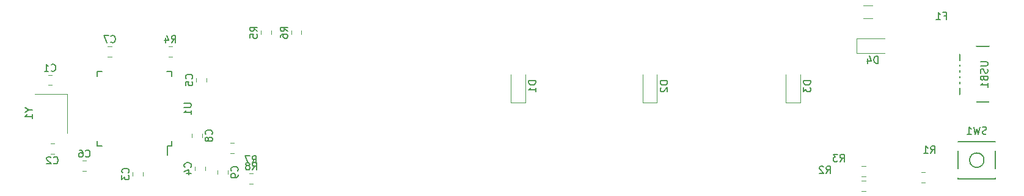
<source format=gbo>
G04 #@! TF.GenerationSoftware,KiCad,Pcbnew,(5.1.5)-3*
G04 #@! TF.CreationDate,2020-06-06T22:21:36-05:00*
G04 #@! TF.ProjectId,MacroPad,4d616372-6f50-4616-942e-6b696361645f,rev?*
G04 #@! TF.SameCoordinates,Original*
G04 #@! TF.FileFunction,Legend,Bot*
G04 #@! TF.FilePolarity,Positive*
%FSLAX46Y46*%
G04 Gerber Fmt 4.6, Leading zero omitted, Abs format (unit mm)*
G04 Created by KiCad (PCBNEW (5.1.5)-3) date 2020-06-06 22:21:36*
%MOMM*%
%LPD*%
G04 APERTURE LIST*
%ADD10C,0.120000*%
%ADD11C,0.150000*%
%ADD12R,2.102000X2.102000*%
%ADD13C,2.102000*%
%ADD14R,3.302000X2.102000*%
%ADD15C,0.100000*%
%ADD16R,1.602000X0.652000*%
%ADD17R,0.652000X1.602000*%
%ADD18R,1.902000X2.202000*%
%ADD19O,2.802000X1.802000*%
%ADD20R,2.352000X0.602000*%
%ADD21R,1.902000X1.202000*%
%ADD22C,1.852000*%
%ADD23C,2.352000*%
%ADD24C,4.089800*%
%ADD25C,2.352000*%
%ADD26R,1.002000X1.302000*%
%ADD27R,1.302000X1.002000*%
G04 APERTURE END LIST*
D10*
X190501748Y-109041000D02*
X191024252Y-109041000D01*
X190501748Y-107621000D02*
X191024252Y-107621000D01*
D11*
X94293750Y-102806250D02*
X94293750Y-104081250D01*
X94868750Y-92456250D02*
X94868750Y-93131250D01*
X84518750Y-92456250D02*
X84518750Y-93131250D01*
X84518750Y-102806250D02*
X84518750Y-102131250D01*
X94868750Y-102806250D02*
X94868750Y-102131250D01*
X84518750Y-102806250D02*
X85193750Y-102806250D01*
X84518750Y-92456250D02*
X85193750Y-92456250D01*
X94868750Y-92456250D02*
X94193750Y-92456250D01*
X94868750Y-102806250D02*
X94293750Y-102806250D01*
D10*
X80393750Y-95587500D02*
X80393750Y-100987500D01*
X75893750Y-95587500D02*
X80393750Y-95587500D01*
D11*
X209550000Y-89018750D02*
X204100000Y-89018750D01*
X209550000Y-96718750D02*
X204100000Y-96718750D01*
X204100000Y-89018750D02*
X204100000Y-96718750D01*
X203850000Y-107375000D02*
X209050000Y-107375000D01*
X209050000Y-107375000D02*
X209050000Y-102175000D01*
X209050000Y-102175000D02*
X203850000Y-102175000D01*
X203850000Y-102175000D02*
X203850000Y-107375000D01*
X207450000Y-104775000D02*
G75*
G03X207450000Y-104775000I-1000000J0D01*
G01*
D10*
X106170252Y-108025000D02*
X105647748Y-108025000D01*
X106170252Y-106605000D02*
X105647748Y-106605000D01*
X103503252Y-103834000D02*
X102980748Y-103834000D01*
X103503252Y-102414000D02*
X102980748Y-102414000D01*
X112860000Y-86819998D02*
X112860000Y-87342502D01*
X111440000Y-86819998D02*
X111440000Y-87342502D01*
X108660000Y-86819998D02*
X108660000Y-87342502D01*
X107240000Y-86819998D02*
X107240000Y-87342502D01*
X94948752Y-90403750D02*
X94426248Y-90403750D01*
X94948752Y-88983750D02*
X94426248Y-88983750D01*
X190501748Y-105589000D02*
X191024252Y-105589000D01*
X190501748Y-107009000D02*
X191024252Y-107009000D01*
X198738748Y-106446250D02*
X199261252Y-106446250D01*
X198738748Y-107866250D02*
X199261252Y-107866250D01*
X190750436Y-83291000D02*
X191954564Y-83291000D01*
X190750436Y-85111000D02*
X191954564Y-85111000D01*
X189775000Y-89900000D02*
X193675000Y-89900000D01*
X189775000Y-87900000D02*
X193675000Y-87900000D01*
X189775000Y-89900000D02*
X189775000Y-87900000D01*
X181975000Y-96768750D02*
X181975000Y-92868750D01*
X179975000Y-96768750D02*
X179975000Y-92868750D01*
X181975000Y-96768750D02*
X179975000Y-96768750D01*
X162131250Y-96768750D02*
X162131250Y-92868750D01*
X160131250Y-96768750D02*
X160131250Y-92868750D01*
X162131250Y-96768750D02*
X160131250Y-96768750D01*
X143875000Y-96768750D02*
X143875000Y-92868750D01*
X141875000Y-96768750D02*
X141875000Y-92868750D01*
X143875000Y-96768750D02*
X141875000Y-96768750D01*
X101271000Y-106696252D02*
X101271000Y-106173748D01*
X102691000Y-106696252D02*
X102691000Y-106173748D01*
X97715000Y-101630002D02*
X97715000Y-101107498D01*
X99135000Y-101630002D02*
X99135000Y-101107498D01*
X86548752Y-90403750D02*
X86026248Y-90403750D01*
X86548752Y-88983750D02*
X86026248Y-88983750D01*
X83042502Y-106278750D02*
X82519998Y-106278750D01*
X83042502Y-104858750D02*
X82519998Y-104858750D01*
X99697500Y-93401248D02*
X99697500Y-93923752D01*
X98277500Y-93401248D02*
X98277500Y-93923752D01*
X98096000Y-105656748D02*
X98096000Y-106179252D01*
X99516000Y-105656748D02*
X99516000Y-106179252D01*
X90880000Y-106427748D02*
X90880000Y-106950252D01*
X89460000Y-106427748D02*
X89460000Y-106950252D01*
X78088748Y-102477500D02*
X78611252Y-102477500D01*
X78088748Y-103897500D02*
X78611252Y-103897500D01*
X78280002Y-94372500D02*
X77757498Y-94372500D01*
X78280002Y-92952500D02*
X77757498Y-92952500D01*
D11*
X185586666Y-106624380D02*
X185920000Y-106148190D01*
X186158095Y-106624380D02*
X186158095Y-105624380D01*
X185777142Y-105624380D01*
X185681904Y-105672000D01*
X185634285Y-105719619D01*
X185586666Y-105814857D01*
X185586666Y-105957714D01*
X185634285Y-106052952D01*
X185681904Y-106100571D01*
X185777142Y-106148190D01*
X186158095Y-106148190D01*
X185205714Y-105719619D02*
X185158095Y-105672000D01*
X185062857Y-105624380D01*
X184824761Y-105624380D01*
X184729523Y-105672000D01*
X184681904Y-105719619D01*
X184634285Y-105814857D01*
X184634285Y-105910095D01*
X184681904Y-106052952D01*
X185253333Y-106624380D01*
X184634285Y-106624380D01*
X96596130Y-96869345D02*
X97405654Y-96869345D01*
X97500892Y-96916964D01*
X97548511Y-96964583D01*
X97596130Y-97059821D01*
X97596130Y-97250297D01*
X97548511Y-97345535D01*
X97500892Y-97393154D01*
X97405654Y-97440773D01*
X96596130Y-97440773D01*
X97596130Y-98440773D02*
X97596130Y-97869345D01*
X97596130Y-98155059D02*
X96596130Y-98155059D01*
X96738988Y-98059821D01*
X96834226Y-97964583D01*
X96881845Y-97869345D01*
X75069940Y-97811309D02*
X75546130Y-97811309D01*
X74546130Y-97477976D02*
X75069940Y-97811309D01*
X74546130Y-98144642D01*
X75546130Y-99001785D02*
X75546130Y-98430357D01*
X75546130Y-98716071D02*
X74546130Y-98716071D01*
X74688988Y-98620833D01*
X74784226Y-98525595D01*
X74831845Y-98430357D01*
X206970380Y-91130654D02*
X207779904Y-91130654D01*
X207875142Y-91178273D01*
X207922761Y-91225892D01*
X207970380Y-91321130D01*
X207970380Y-91511607D01*
X207922761Y-91606845D01*
X207875142Y-91654464D01*
X207779904Y-91702083D01*
X206970380Y-91702083D01*
X207922761Y-92130654D02*
X207970380Y-92273511D01*
X207970380Y-92511607D01*
X207922761Y-92606845D01*
X207875142Y-92654464D01*
X207779904Y-92702083D01*
X207684666Y-92702083D01*
X207589428Y-92654464D01*
X207541809Y-92606845D01*
X207494190Y-92511607D01*
X207446571Y-92321130D01*
X207398952Y-92225892D01*
X207351333Y-92178273D01*
X207256095Y-92130654D01*
X207160857Y-92130654D01*
X207065619Y-92178273D01*
X207018000Y-92225892D01*
X206970380Y-92321130D01*
X206970380Y-92559226D01*
X207018000Y-92702083D01*
X207446571Y-93463988D02*
X207494190Y-93606845D01*
X207541809Y-93654464D01*
X207637047Y-93702083D01*
X207779904Y-93702083D01*
X207875142Y-93654464D01*
X207922761Y-93606845D01*
X207970380Y-93511607D01*
X207970380Y-93130654D01*
X206970380Y-93130654D01*
X206970380Y-93463988D01*
X207018000Y-93559226D01*
X207065619Y-93606845D01*
X207160857Y-93654464D01*
X207256095Y-93654464D01*
X207351333Y-93606845D01*
X207398952Y-93559226D01*
X207446571Y-93463988D01*
X207446571Y-93130654D01*
X207970380Y-94654464D02*
X207970380Y-94083035D01*
X207970380Y-94368750D02*
X206970380Y-94368750D01*
X207113238Y-94273511D01*
X207208476Y-94178273D01*
X207256095Y-94083035D01*
X207783333Y-101115761D02*
X207640476Y-101163380D01*
X207402380Y-101163380D01*
X207307142Y-101115761D01*
X207259523Y-101068142D01*
X207211904Y-100972904D01*
X207211904Y-100877666D01*
X207259523Y-100782428D01*
X207307142Y-100734809D01*
X207402380Y-100687190D01*
X207592857Y-100639571D01*
X207688095Y-100591952D01*
X207735714Y-100544333D01*
X207783333Y-100449095D01*
X207783333Y-100353857D01*
X207735714Y-100258619D01*
X207688095Y-100211000D01*
X207592857Y-100163380D01*
X207354761Y-100163380D01*
X207211904Y-100211000D01*
X206878571Y-100163380D02*
X206640476Y-101163380D01*
X206450000Y-100449095D01*
X206259523Y-101163380D01*
X206021428Y-100163380D01*
X205116666Y-101163380D02*
X205688095Y-101163380D01*
X205402380Y-101163380D02*
X205402380Y-100163380D01*
X205497619Y-100306238D01*
X205592857Y-100401476D01*
X205688095Y-100449095D01*
X106075666Y-106117380D02*
X106409000Y-105641190D01*
X106647095Y-106117380D02*
X106647095Y-105117380D01*
X106266142Y-105117380D01*
X106170904Y-105165000D01*
X106123285Y-105212619D01*
X106075666Y-105307857D01*
X106075666Y-105450714D01*
X106123285Y-105545952D01*
X106170904Y-105593571D01*
X106266142Y-105641190D01*
X106647095Y-105641190D01*
X105504238Y-105545952D02*
X105599476Y-105498333D01*
X105647095Y-105450714D01*
X105694714Y-105355476D01*
X105694714Y-105307857D01*
X105647095Y-105212619D01*
X105599476Y-105165000D01*
X105504238Y-105117380D01*
X105313761Y-105117380D01*
X105218523Y-105165000D01*
X105170904Y-105212619D01*
X105123285Y-105307857D01*
X105123285Y-105355476D01*
X105170904Y-105450714D01*
X105218523Y-105498333D01*
X105313761Y-105545952D01*
X105504238Y-105545952D01*
X105599476Y-105593571D01*
X105647095Y-105641190D01*
X105694714Y-105736428D01*
X105694714Y-105926904D01*
X105647095Y-106022142D01*
X105599476Y-106069761D01*
X105504238Y-106117380D01*
X105313761Y-106117380D01*
X105218523Y-106069761D01*
X105170904Y-106022142D01*
X105123285Y-105926904D01*
X105123285Y-105736428D01*
X105170904Y-105641190D01*
X105218523Y-105593571D01*
X105313761Y-105545952D01*
X106021166Y-105163880D02*
X106354500Y-104687690D01*
X106592595Y-105163880D02*
X106592595Y-104163880D01*
X106211642Y-104163880D01*
X106116404Y-104211500D01*
X106068785Y-104259119D01*
X106021166Y-104354357D01*
X106021166Y-104497214D01*
X106068785Y-104592452D01*
X106116404Y-104640071D01*
X106211642Y-104687690D01*
X106592595Y-104687690D01*
X105687833Y-104163880D02*
X105021166Y-104163880D01*
X105449738Y-105163880D01*
X110952380Y-86914583D02*
X110476190Y-86581250D01*
X110952380Y-86343154D02*
X109952380Y-86343154D01*
X109952380Y-86724107D01*
X110000000Y-86819345D01*
X110047619Y-86866964D01*
X110142857Y-86914583D01*
X110285714Y-86914583D01*
X110380952Y-86866964D01*
X110428571Y-86819345D01*
X110476190Y-86724107D01*
X110476190Y-86343154D01*
X109952380Y-87771726D02*
X109952380Y-87581250D01*
X110000000Y-87486011D01*
X110047619Y-87438392D01*
X110190476Y-87343154D01*
X110380952Y-87295535D01*
X110761904Y-87295535D01*
X110857142Y-87343154D01*
X110904761Y-87390773D01*
X110952380Y-87486011D01*
X110952380Y-87676488D01*
X110904761Y-87771726D01*
X110857142Y-87819345D01*
X110761904Y-87866964D01*
X110523809Y-87866964D01*
X110428571Y-87819345D01*
X110380952Y-87771726D01*
X110333333Y-87676488D01*
X110333333Y-87486011D01*
X110380952Y-87390773D01*
X110428571Y-87343154D01*
X110523809Y-87295535D01*
X106752380Y-86914583D02*
X106276190Y-86581250D01*
X106752380Y-86343154D02*
X105752380Y-86343154D01*
X105752380Y-86724107D01*
X105800000Y-86819345D01*
X105847619Y-86866964D01*
X105942857Y-86914583D01*
X106085714Y-86914583D01*
X106180952Y-86866964D01*
X106228571Y-86819345D01*
X106276190Y-86724107D01*
X106276190Y-86343154D01*
X105752380Y-87819345D02*
X105752380Y-87343154D01*
X106228571Y-87295535D01*
X106180952Y-87343154D01*
X106133333Y-87438392D01*
X106133333Y-87676488D01*
X106180952Y-87771726D01*
X106228571Y-87819345D01*
X106323809Y-87866964D01*
X106561904Y-87866964D01*
X106657142Y-87819345D01*
X106704761Y-87771726D01*
X106752380Y-87676488D01*
X106752380Y-87438392D01*
X106704761Y-87343154D01*
X106657142Y-87295535D01*
X94854166Y-88496130D02*
X95187500Y-88019940D01*
X95425595Y-88496130D02*
X95425595Y-87496130D01*
X95044642Y-87496130D01*
X94949404Y-87543750D01*
X94901785Y-87591369D01*
X94854166Y-87686607D01*
X94854166Y-87829464D01*
X94901785Y-87924702D01*
X94949404Y-87972321D01*
X95044642Y-88019940D01*
X95425595Y-88019940D01*
X93997023Y-87829464D02*
X93997023Y-88496130D01*
X94235119Y-87448511D02*
X94473214Y-88162797D01*
X93854166Y-88162797D01*
X187491666Y-104973380D02*
X187825000Y-104497190D01*
X188063095Y-104973380D02*
X188063095Y-103973380D01*
X187682142Y-103973380D01*
X187586904Y-104021000D01*
X187539285Y-104068619D01*
X187491666Y-104163857D01*
X187491666Y-104306714D01*
X187539285Y-104401952D01*
X187586904Y-104449571D01*
X187682142Y-104497190D01*
X188063095Y-104497190D01*
X187158333Y-103973380D02*
X186539285Y-103973380D01*
X186872619Y-104354333D01*
X186729761Y-104354333D01*
X186634523Y-104401952D01*
X186586904Y-104449571D01*
X186539285Y-104544809D01*
X186539285Y-104782904D01*
X186586904Y-104878142D01*
X186634523Y-104925761D01*
X186729761Y-104973380D01*
X187015476Y-104973380D01*
X187110714Y-104925761D01*
X187158333Y-104878142D01*
X200064666Y-103830380D02*
X200398000Y-103354190D01*
X200636095Y-103830380D02*
X200636095Y-102830380D01*
X200255142Y-102830380D01*
X200159904Y-102878000D01*
X200112285Y-102925619D01*
X200064666Y-103020857D01*
X200064666Y-103163714D01*
X200112285Y-103258952D01*
X200159904Y-103306571D01*
X200255142Y-103354190D01*
X200636095Y-103354190D01*
X199112285Y-103830380D02*
X199683714Y-103830380D01*
X199398000Y-103830380D02*
X199398000Y-102830380D01*
X199493238Y-102973238D01*
X199588476Y-103068476D01*
X199683714Y-103116095D01*
X201882333Y-84764571D02*
X202215666Y-84764571D01*
X202215666Y-85288380D02*
X202215666Y-84288380D01*
X201739476Y-84288380D01*
X200834714Y-85288380D02*
X201406142Y-85288380D01*
X201120428Y-85288380D02*
X201120428Y-84288380D01*
X201215666Y-84431238D01*
X201310904Y-84526476D01*
X201406142Y-84574095D01*
X192763095Y-91352380D02*
X192763095Y-90352380D01*
X192525000Y-90352380D01*
X192382142Y-90400000D01*
X192286904Y-90495238D01*
X192239285Y-90590476D01*
X192191666Y-90780952D01*
X192191666Y-90923809D01*
X192239285Y-91114285D01*
X192286904Y-91209523D01*
X192382142Y-91304761D01*
X192525000Y-91352380D01*
X192763095Y-91352380D01*
X191334523Y-90685714D02*
X191334523Y-91352380D01*
X191572619Y-90304761D02*
X191810714Y-91019047D01*
X191191666Y-91019047D01*
X183427380Y-93780654D02*
X182427380Y-93780654D01*
X182427380Y-94018750D01*
X182475000Y-94161607D01*
X182570238Y-94256845D01*
X182665476Y-94304464D01*
X182855952Y-94352083D01*
X182998809Y-94352083D01*
X183189285Y-94304464D01*
X183284523Y-94256845D01*
X183379761Y-94161607D01*
X183427380Y-94018750D01*
X183427380Y-93780654D01*
X182427380Y-94685416D02*
X182427380Y-95304464D01*
X182808333Y-94971130D01*
X182808333Y-95113988D01*
X182855952Y-95209226D01*
X182903571Y-95256845D01*
X182998809Y-95304464D01*
X183236904Y-95304464D01*
X183332142Y-95256845D01*
X183379761Y-95209226D01*
X183427380Y-95113988D01*
X183427380Y-94828273D01*
X183379761Y-94733035D01*
X183332142Y-94685416D01*
X163583630Y-93780654D02*
X162583630Y-93780654D01*
X162583630Y-94018750D01*
X162631250Y-94161607D01*
X162726488Y-94256845D01*
X162821726Y-94304464D01*
X163012202Y-94352083D01*
X163155059Y-94352083D01*
X163345535Y-94304464D01*
X163440773Y-94256845D01*
X163536011Y-94161607D01*
X163583630Y-94018750D01*
X163583630Y-93780654D01*
X162678869Y-94733035D02*
X162631250Y-94780654D01*
X162583630Y-94875892D01*
X162583630Y-95113988D01*
X162631250Y-95209226D01*
X162678869Y-95256845D01*
X162774107Y-95304464D01*
X162869345Y-95304464D01*
X163012202Y-95256845D01*
X163583630Y-94685416D01*
X163583630Y-95304464D01*
X145327380Y-93780654D02*
X144327380Y-93780654D01*
X144327380Y-94018750D01*
X144375000Y-94161607D01*
X144470238Y-94256845D01*
X144565476Y-94304464D01*
X144755952Y-94352083D01*
X144898809Y-94352083D01*
X145089285Y-94304464D01*
X145184523Y-94256845D01*
X145279761Y-94161607D01*
X145327380Y-94018750D01*
X145327380Y-93780654D01*
X145327380Y-95304464D02*
X145327380Y-94733035D01*
X145327380Y-95018750D02*
X144327380Y-95018750D01*
X144470238Y-94923511D01*
X144565476Y-94828273D01*
X144613095Y-94733035D01*
X103988142Y-106268333D02*
X104035761Y-106220714D01*
X104083380Y-106077857D01*
X104083380Y-105982619D01*
X104035761Y-105839761D01*
X103940523Y-105744523D01*
X103845285Y-105696904D01*
X103654809Y-105649285D01*
X103511952Y-105649285D01*
X103321476Y-105696904D01*
X103226238Y-105744523D01*
X103131000Y-105839761D01*
X103083380Y-105982619D01*
X103083380Y-106077857D01*
X103131000Y-106220714D01*
X103178619Y-106268333D01*
X104083380Y-106744523D02*
X104083380Y-106935000D01*
X104035761Y-107030238D01*
X103988142Y-107077857D01*
X103845285Y-107173095D01*
X103654809Y-107220714D01*
X103273857Y-107220714D01*
X103178619Y-107173095D01*
X103131000Y-107125476D01*
X103083380Y-107030238D01*
X103083380Y-106839761D01*
X103131000Y-106744523D01*
X103178619Y-106696904D01*
X103273857Y-106649285D01*
X103511952Y-106649285D01*
X103607190Y-106696904D01*
X103654809Y-106744523D01*
X103702428Y-106839761D01*
X103702428Y-107030238D01*
X103654809Y-107125476D01*
X103607190Y-107173095D01*
X103511952Y-107220714D01*
X100432142Y-101202083D02*
X100479761Y-101154464D01*
X100527380Y-101011607D01*
X100527380Y-100916369D01*
X100479761Y-100773511D01*
X100384523Y-100678273D01*
X100289285Y-100630654D01*
X100098809Y-100583035D01*
X99955952Y-100583035D01*
X99765476Y-100630654D01*
X99670238Y-100678273D01*
X99575000Y-100773511D01*
X99527380Y-100916369D01*
X99527380Y-101011607D01*
X99575000Y-101154464D01*
X99622619Y-101202083D01*
X99955952Y-101773511D02*
X99908333Y-101678273D01*
X99860714Y-101630654D01*
X99765476Y-101583035D01*
X99717857Y-101583035D01*
X99622619Y-101630654D01*
X99575000Y-101678273D01*
X99527380Y-101773511D01*
X99527380Y-101963988D01*
X99575000Y-102059226D01*
X99622619Y-102106845D01*
X99717857Y-102154464D01*
X99765476Y-102154464D01*
X99860714Y-102106845D01*
X99908333Y-102059226D01*
X99955952Y-101963988D01*
X99955952Y-101773511D01*
X100003571Y-101678273D01*
X100051190Y-101630654D01*
X100146428Y-101583035D01*
X100336904Y-101583035D01*
X100432142Y-101630654D01*
X100479761Y-101678273D01*
X100527380Y-101773511D01*
X100527380Y-101963988D01*
X100479761Y-102059226D01*
X100432142Y-102106845D01*
X100336904Y-102154464D01*
X100146428Y-102154464D01*
X100051190Y-102106845D01*
X100003571Y-102059226D01*
X99955952Y-101963988D01*
X86454166Y-88400892D02*
X86501785Y-88448511D01*
X86644642Y-88496130D01*
X86739880Y-88496130D01*
X86882738Y-88448511D01*
X86977976Y-88353273D01*
X87025595Y-88258035D01*
X87073214Y-88067559D01*
X87073214Y-87924702D01*
X87025595Y-87734226D01*
X86977976Y-87638988D01*
X86882738Y-87543750D01*
X86739880Y-87496130D01*
X86644642Y-87496130D01*
X86501785Y-87543750D01*
X86454166Y-87591369D01*
X86120833Y-87496130D02*
X85454166Y-87496130D01*
X85882738Y-88496130D01*
X82947916Y-104275892D02*
X82995535Y-104323511D01*
X83138392Y-104371130D01*
X83233630Y-104371130D01*
X83376488Y-104323511D01*
X83471726Y-104228273D01*
X83519345Y-104133035D01*
X83566964Y-103942559D01*
X83566964Y-103799702D01*
X83519345Y-103609226D01*
X83471726Y-103513988D01*
X83376488Y-103418750D01*
X83233630Y-103371130D01*
X83138392Y-103371130D01*
X82995535Y-103418750D01*
X82947916Y-103466369D01*
X82090773Y-103371130D02*
X82281250Y-103371130D01*
X82376488Y-103418750D01*
X82424107Y-103466369D01*
X82519345Y-103609226D01*
X82566964Y-103799702D01*
X82566964Y-104180654D01*
X82519345Y-104275892D01*
X82471726Y-104323511D01*
X82376488Y-104371130D01*
X82186011Y-104371130D01*
X82090773Y-104323511D01*
X82043154Y-104275892D01*
X81995535Y-104180654D01*
X81995535Y-103942559D01*
X82043154Y-103847321D01*
X82090773Y-103799702D01*
X82186011Y-103752083D01*
X82376488Y-103752083D01*
X82471726Y-103799702D01*
X82519345Y-103847321D01*
X82566964Y-103942559D01*
X97694642Y-93495833D02*
X97742261Y-93448214D01*
X97789880Y-93305357D01*
X97789880Y-93210119D01*
X97742261Y-93067261D01*
X97647023Y-92972023D01*
X97551785Y-92924404D01*
X97361309Y-92876785D01*
X97218452Y-92876785D01*
X97027976Y-92924404D01*
X96932738Y-92972023D01*
X96837500Y-93067261D01*
X96789880Y-93210119D01*
X96789880Y-93305357D01*
X96837500Y-93448214D01*
X96885119Y-93495833D01*
X96789880Y-94400595D02*
X96789880Y-93924404D01*
X97266071Y-93876785D01*
X97218452Y-93924404D01*
X97170833Y-94019642D01*
X97170833Y-94257738D01*
X97218452Y-94352976D01*
X97266071Y-94400595D01*
X97361309Y-94448214D01*
X97599404Y-94448214D01*
X97694642Y-94400595D01*
X97742261Y-94352976D01*
X97789880Y-94257738D01*
X97789880Y-94019642D01*
X97742261Y-93924404D01*
X97694642Y-93876785D01*
X97513142Y-105751333D02*
X97560761Y-105703714D01*
X97608380Y-105560857D01*
X97608380Y-105465619D01*
X97560761Y-105322761D01*
X97465523Y-105227523D01*
X97370285Y-105179904D01*
X97179809Y-105132285D01*
X97036952Y-105132285D01*
X96846476Y-105179904D01*
X96751238Y-105227523D01*
X96656000Y-105322761D01*
X96608380Y-105465619D01*
X96608380Y-105560857D01*
X96656000Y-105703714D01*
X96703619Y-105751333D01*
X96941714Y-106608476D02*
X97608380Y-106608476D01*
X96560761Y-106370380D02*
X97275047Y-106132285D01*
X97275047Y-106751333D01*
X88877142Y-106522333D02*
X88924761Y-106474714D01*
X88972380Y-106331857D01*
X88972380Y-106236619D01*
X88924761Y-106093761D01*
X88829523Y-105998523D01*
X88734285Y-105950904D01*
X88543809Y-105903285D01*
X88400952Y-105903285D01*
X88210476Y-105950904D01*
X88115238Y-105998523D01*
X88020000Y-106093761D01*
X87972380Y-106236619D01*
X87972380Y-106331857D01*
X88020000Y-106474714D01*
X88067619Y-106522333D01*
X87972380Y-106855666D02*
X87972380Y-107474714D01*
X88353333Y-107141380D01*
X88353333Y-107284238D01*
X88400952Y-107379476D01*
X88448571Y-107427095D01*
X88543809Y-107474714D01*
X88781904Y-107474714D01*
X88877142Y-107427095D01*
X88924761Y-107379476D01*
X88972380Y-107284238D01*
X88972380Y-106998523D01*
X88924761Y-106903285D01*
X88877142Y-106855666D01*
X78516666Y-105194642D02*
X78564285Y-105242261D01*
X78707142Y-105289880D01*
X78802380Y-105289880D01*
X78945238Y-105242261D01*
X79040476Y-105147023D01*
X79088095Y-105051785D01*
X79135714Y-104861309D01*
X79135714Y-104718452D01*
X79088095Y-104527976D01*
X79040476Y-104432738D01*
X78945238Y-104337500D01*
X78802380Y-104289880D01*
X78707142Y-104289880D01*
X78564285Y-104337500D01*
X78516666Y-104385119D01*
X78135714Y-104385119D02*
X78088095Y-104337500D01*
X77992857Y-104289880D01*
X77754761Y-104289880D01*
X77659523Y-104337500D01*
X77611904Y-104385119D01*
X77564285Y-104480357D01*
X77564285Y-104575595D01*
X77611904Y-104718452D01*
X78183333Y-105289880D01*
X77564285Y-105289880D01*
X78185416Y-92369642D02*
X78233035Y-92417261D01*
X78375892Y-92464880D01*
X78471130Y-92464880D01*
X78613988Y-92417261D01*
X78709226Y-92322023D01*
X78756845Y-92226785D01*
X78804464Y-92036309D01*
X78804464Y-91893452D01*
X78756845Y-91702976D01*
X78709226Y-91607738D01*
X78613988Y-91512500D01*
X78471130Y-91464880D01*
X78375892Y-91464880D01*
X78233035Y-91512500D01*
X78185416Y-91560119D01*
X77233035Y-92464880D02*
X77804464Y-92464880D01*
X77518750Y-92464880D02*
X77518750Y-91464880D01*
X77613988Y-91607738D01*
X77709226Y-91702976D01*
X77804464Y-91750595D01*
%LPC*%
D12*
X107950000Y-95250000D03*
D13*
X107950000Y-97750000D03*
X107950000Y-100250000D03*
D14*
X115450000Y-92150000D03*
X115450000Y-103350000D03*
D13*
X122450000Y-95250000D03*
X122450000Y-100250000D03*
D15*
G36*
X190118505Y-107581311D02*
G01*
X190144925Y-107585230D01*
X190170835Y-107591720D01*
X190195983Y-107600718D01*
X190220128Y-107612138D01*
X190243038Y-107625869D01*
X190264492Y-107641780D01*
X190284282Y-107659718D01*
X190302220Y-107679508D01*
X190318131Y-107700962D01*
X190331862Y-107723872D01*
X190343282Y-107748017D01*
X190352280Y-107773165D01*
X190358770Y-107799075D01*
X190362689Y-107825495D01*
X190364000Y-107852173D01*
X190364000Y-108809827D01*
X190362689Y-108836505D01*
X190358770Y-108862925D01*
X190352280Y-108888835D01*
X190343282Y-108913983D01*
X190331862Y-108938128D01*
X190318131Y-108961038D01*
X190302220Y-108982492D01*
X190284282Y-109002282D01*
X190264492Y-109020220D01*
X190243038Y-109036131D01*
X190220128Y-109049862D01*
X190195983Y-109061282D01*
X190170835Y-109070280D01*
X190144925Y-109076770D01*
X190118505Y-109080689D01*
X190091827Y-109082000D01*
X189384173Y-109082000D01*
X189357495Y-109080689D01*
X189331075Y-109076770D01*
X189305165Y-109070280D01*
X189280017Y-109061282D01*
X189255872Y-109049862D01*
X189232962Y-109036131D01*
X189211508Y-109020220D01*
X189191718Y-109002282D01*
X189173780Y-108982492D01*
X189157869Y-108961038D01*
X189144138Y-108938128D01*
X189132718Y-108913983D01*
X189123720Y-108888835D01*
X189117230Y-108862925D01*
X189113311Y-108836505D01*
X189112000Y-108809827D01*
X189112000Y-107852173D01*
X189113311Y-107825495D01*
X189117230Y-107799075D01*
X189123720Y-107773165D01*
X189132718Y-107748017D01*
X189144138Y-107723872D01*
X189157869Y-107700962D01*
X189173780Y-107679508D01*
X189191718Y-107659718D01*
X189211508Y-107641780D01*
X189232962Y-107625869D01*
X189255872Y-107612138D01*
X189280017Y-107600718D01*
X189305165Y-107591720D01*
X189331075Y-107585230D01*
X189357495Y-107581311D01*
X189384173Y-107580000D01*
X190091827Y-107580000D01*
X190118505Y-107581311D01*
G37*
G36*
X192168505Y-107581311D02*
G01*
X192194925Y-107585230D01*
X192220835Y-107591720D01*
X192245983Y-107600718D01*
X192270128Y-107612138D01*
X192293038Y-107625869D01*
X192314492Y-107641780D01*
X192334282Y-107659718D01*
X192352220Y-107679508D01*
X192368131Y-107700962D01*
X192381862Y-107723872D01*
X192393282Y-107748017D01*
X192402280Y-107773165D01*
X192408770Y-107799075D01*
X192412689Y-107825495D01*
X192414000Y-107852173D01*
X192414000Y-108809827D01*
X192412689Y-108836505D01*
X192408770Y-108862925D01*
X192402280Y-108888835D01*
X192393282Y-108913983D01*
X192381862Y-108938128D01*
X192368131Y-108961038D01*
X192352220Y-108982492D01*
X192334282Y-109002282D01*
X192314492Y-109020220D01*
X192293038Y-109036131D01*
X192270128Y-109049862D01*
X192245983Y-109061282D01*
X192220835Y-109070280D01*
X192194925Y-109076770D01*
X192168505Y-109080689D01*
X192141827Y-109082000D01*
X191434173Y-109082000D01*
X191407495Y-109080689D01*
X191381075Y-109076770D01*
X191355165Y-109070280D01*
X191330017Y-109061282D01*
X191305872Y-109049862D01*
X191282962Y-109036131D01*
X191261508Y-109020220D01*
X191241718Y-109002282D01*
X191223780Y-108982492D01*
X191207869Y-108961038D01*
X191194138Y-108938128D01*
X191182718Y-108913983D01*
X191173720Y-108888835D01*
X191167230Y-108862925D01*
X191163311Y-108836505D01*
X191162000Y-108809827D01*
X191162000Y-107852173D01*
X191163311Y-107825495D01*
X191167230Y-107799075D01*
X191173720Y-107773165D01*
X191182718Y-107748017D01*
X191194138Y-107723872D01*
X191207869Y-107700962D01*
X191223780Y-107679508D01*
X191241718Y-107659718D01*
X191261508Y-107641780D01*
X191282962Y-107625869D01*
X191305872Y-107612138D01*
X191330017Y-107600718D01*
X191355165Y-107591720D01*
X191381075Y-107585230D01*
X191407495Y-107581311D01*
X191434173Y-107580000D01*
X192141827Y-107580000D01*
X192168505Y-107581311D01*
G37*
D16*
X95393750Y-101631250D03*
X95393750Y-100831250D03*
X95393750Y-100031250D03*
X95393750Y-99231250D03*
X95393750Y-98431250D03*
X95393750Y-97631250D03*
X95393750Y-96831250D03*
X95393750Y-96031250D03*
X95393750Y-95231250D03*
X95393750Y-94431250D03*
X95393750Y-93631250D03*
D17*
X93693750Y-91931250D03*
X92893750Y-91931250D03*
X92093750Y-91931250D03*
X91293750Y-91931250D03*
X90493750Y-91931250D03*
X89693750Y-91931250D03*
X88893750Y-91931250D03*
X88093750Y-91931250D03*
X87293750Y-91931250D03*
X86493750Y-91931250D03*
X85693750Y-91931250D03*
D16*
X83993750Y-93631250D03*
X83993750Y-94431250D03*
X83993750Y-95231250D03*
X83993750Y-96031250D03*
X83993750Y-96831250D03*
X83993750Y-97631250D03*
X83993750Y-98431250D03*
X83993750Y-99231250D03*
X83993750Y-100031250D03*
X83993750Y-100831250D03*
X83993750Y-101631250D03*
D17*
X85693750Y-103331250D03*
X86493750Y-103331250D03*
X87293750Y-103331250D03*
X88093750Y-103331250D03*
X88893750Y-103331250D03*
X89693750Y-103331250D03*
X90493750Y-103331250D03*
X91293750Y-103331250D03*
X92093750Y-103331250D03*
X92893750Y-103331250D03*
X93693750Y-103331250D03*
D18*
X76993750Y-96837500D03*
X76993750Y-99737500D03*
X79293750Y-99737500D03*
X79293750Y-96837500D03*
D19*
X209550000Y-89218750D03*
X209550000Y-96518750D03*
X205050000Y-96518750D03*
X205050000Y-89218750D03*
D20*
X205050000Y-91268750D03*
X205050000Y-92068750D03*
X205050000Y-92868750D03*
X205050000Y-93668750D03*
X205050000Y-94468750D03*
D21*
X203350000Y-102925000D03*
X209550000Y-106625000D03*
X203350000Y-106625000D03*
X209550000Y-102925000D03*
D15*
G36*
X105264505Y-106565311D02*
G01*
X105290925Y-106569230D01*
X105316835Y-106575720D01*
X105341983Y-106584718D01*
X105366128Y-106596138D01*
X105389038Y-106609869D01*
X105410492Y-106625780D01*
X105430282Y-106643718D01*
X105448220Y-106663508D01*
X105464131Y-106684962D01*
X105477862Y-106707872D01*
X105489282Y-106732017D01*
X105498280Y-106757165D01*
X105504770Y-106783075D01*
X105508689Y-106809495D01*
X105510000Y-106836173D01*
X105510000Y-107793827D01*
X105508689Y-107820505D01*
X105504770Y-107846925D01*
X105498280Y-107872835D01*
X105489282Y-107897983D01*
X105477862Y-107922128D01*
X105464131Y-107945038D01*
X105448220Y-107966492D01*
X105430282Y-107986282D01*
X105410492Y-108004220D01*
X105389038Y-108020131D01*
X105366128Y-108033862D01*
X105341983Y-108045282D01*
X105316835Y-108054280D01*
X105290925Y-108060770D01*
X105264505Y-108064689D01*
X105237827Y-108066000D01*
X104530173Y-108066000D01*
X104503495Y-108064689D01*
X104477075Y-108060770D01*
X104451165Y-108054280D01*
X104426017Y-108045282D01*
X104401872Y-108033862D01*
X104378962Y-108020131D01*
X104357508Y-108004220D01*
X104337718Y-107986282D01*
X104319780Y-107966492D01*
X104303869Y-107945038D01*
X104290138Y-107922128D01*
X104278718Y-107897983D01*
X104269720Y-107872835D01*
X104263230Y-107846925D01*
X104259311Y-107820505D01*
X104258000Y-107793827D01*
X104258000Y-106836173D01*
X104259311Y-106809495D01*
X104263230Y-106783075D01*
X104269720Y-106757165D01*
X104278718Y-106732017D01*
X104290138Y-106707872D01*
X104303869Y-106684962D01*
X104319780Y-106663508D01*
X104337718Y-106643718D01*
X104357508Y-106625780D01*
X104378962Y-106609869D01*
X104401872Y-106596138D01*
X104426017Y-106584718D01*
X104451165Y-106575720D01*
X104477075Y-106569230D01*
X104503495Y-106565311D01*
X104530173Y-106564000D01*
X105237827Y-106564000D01*
X105264505Y-106565311D01*
G37*
G36*
X107314505Y-106565311D02*
G01*
X107340925Y-106569230D01*
X107366835Y-106575720D01*
X107391983Y-106584718D01*
X107416128Y-106596138D01*
X107439038Y-106609869D01*
X107460492Y-106625780D01*
X107480282Y-106643718D01*
X107498220Y-106663508D01*
X107514131Y-106684962D01*
X107527862Y-106707872D01*
X107539282Y-106732017D01*
X107548280Y-106757165D01*
X107554770Y-106783075D01*
X107558689Y-106809495D01*
X107560000Y-106836173D01*
X107560000Y-107793827D01*
X107558689Y-107820505D01*
X107554770Y-107846925D01*
X107548280Y-107872835D01*
X107539282Y-107897983D01*
X107527862Y-107922128D01*
X107514131Y-107945038D01*
X107498220Y-107966492D01*
X107480282Y-107986282D01*
X107460492Y-108004220D01*
X107439038Y-108020131D01*
X107416128Y-108033862D01*
X107391983Y-108045282D01*
X107366835Y-108054280D01*
X107340925Y-108060770D01*
X107314505Y-108064689D01*
X107287827Y-108066000D01*
X106580173Y-108066000D01*
X106553495Y-108064689D01*
X106527075Y-108060770D01*
X106501165Y-108054280D01*
X106476017Y-108045282D01*
X106451872Y-108033862D01*
X106428962Y-108020131D01*
X106407508Y-108004220D01*
X106387718Y-107986282D01*
X106369780Y-107966492D01*
X106353869Y-107945038D01*
X106340138Y-107922128D01*
X106328718Y-107897983D01*
X106319720Y-107872835D01*
X106313230Y-107846925D01*
X106309311Y-107820505D01*
X106308000Y-107793827D01*
X106308000Y-106836173D01*
X106309311Y-106809495D01*
X106313230Y-106783075D01*
X106319720Y-106757165D01*
X106328718Y-106732017D01*
X106340138Y-106707872D01*
X106353869Y-106684962D01*
X106369780Y-106663508D01*
X106387718Y-106643718D01*
X106407508Y-106625780D01*
X106428962Y-106609869D01*
X106451872Y-106596138D01*
X106476017Y-106584718D01*
X106501165Y-106575720D01*
X106527075Y-106569230D01*
X106553495Y-106565311D01*
X106580173Y-106564000D01*
X107287827Y-106564000D01*
X107314505Y-106565311D01*
G37*
G36*
X102597505Y-102374311D02*
G01*
X102623925Y-102378230D01*
X102649835Y-102384720D01*
X102674983Y-102393718D01*
X102699128Y-102405138D01*
X102722038Y-102418869D01*
X102743492Y-102434780D01*
X102763282Y-102452718D01*
X102781220Y-102472508D01*
X102797131Y-102493962D01*
X102810862Y-102516872D01*
X102822282Y-102541017D01*
X102831280Y-102566165D01*
X102837770Y-102592075D01*
X102841689Y-102618495D01*
X102843000Y-102645173D01*
X102843000Y-103602827D01*
X102841689Y-103629505D01*
X102837770Y-103655925D01*
X102831280Y-103681835D01*
X102822282Y-103706983D01*
X102810862Y-103731128D01*
X102797131Y-103754038D01*
X102781220Y-103775492D01*
X102763282Y-103795282D01*
X102743492Y-103813220D01*
X102722038Y-103829131D01*
X102699128Y-103842862D01*
X102674983Y-103854282D01*
X102649835Y-103863280D01*
X102623925Y-103869770D01*
X102597505Y-103873689D01*
X102570827Y-103875000D01*
X101863173Y-103875000D01*
X101836495Y-103873689D01*
X101810075Y-103869770D01*
X101784165Y-103863280D01*
X101759017Y-103854282D01*
X101734872Y-103842862D01*
X101711962Y-103829131D01*
X101690508Y-103813220D01*
X101670718Y-103795282D01*
X101652780Y-103775492D01*
X101636869Y-103754038D01*
X101623138Y-103731128D01*
X101611718Y-103706983D01*
X101602720Y-103681835D01*
X101596230Y-103655925D01*
X101592311Y-103629505D01*
X101591000Y-103602827D01*
X101591000Y-102645173D01*
X101592311Y-102618495D01*
X101596230Y-102592075D01*
X101602720Y-102566165D01*
X101611718Y-102541017D01*
X101623138Y-102516872D01*
X101636869Y-102493962D01*
X101652780Y-102472508D01*
X101670718Y-102452718D01*
X101690508Y-102434780D01*
X101711962Y-102418869D01*
X101734872Y-102405138D01*
X101759017Y-102393718D01*
X101784165Y-102384720D01*
X101810075Y-102378230D01*
X101836495Y-102374311D01*
X101863173Y-102373000D01*
X102570827Y-102373000D01*
X102597505Y-102374311D01*
G37*
G36*
X104647505Y-102374311D02*
G01*
X104673925Y-102378230D01*
X104699835Y-102384720D01*
X104724983Y-102393718D01*
X104749128Y-102405138D01*
X104772038Y-102418869D01*
X104793492Y-102434780D01*
X104813282Y-102452718D01*
X104831220Y-102472508D01*
X104847131Y-102493962D01*
X104860862Y-102516872D01*
X104872282Y-102541017D01*
X104881280Y-102566165D01*
X104887770Y-102592075D01*
X104891689Y-102618495D01*
X104893000Y-102645173D01*
X104893000Y-103602827D01*
X104891689Y-103629505D01*
X104887770Y-103655925D01*
X104881280Y-103681835D01*
X104872282Y-103706983D01*
X104860862Y-103731128D01*
X104847131Y-103754038D01*
X104831220Y-103775492D01*
X104813282Y-103795282D01*
X104793492Y-103813220D01*
X104772038Y-103829131D01*
X104749128Y-103842862D01*
X104724983Y-103854282D01*
X104699835Y-103863280D01*
X104673925Y-103869770D01*
X104647505Y-103873689D01*
X104620827Y-103875000D01*
X103913173Y-103875000D01*
X103886495Y-103873689D01*
X103860075Y-103869770D01*
X103834165Y-103863280D01*
X103809017Y-103854282D01*
X103784872Y-103842862D01*
X103761962Y-103829131D01*
X103740508Y-103813220D01*
X103720718Y-103795282D01*
X103702780Y-103775492D01*
X103686869Y-103754038D01*
X103673138Y-103731128D01*
X103661718Y-103706983D01*
X103652720Y-103681835D01*
X103646230Y-103655925D01*
X103642311Y-103629505D01*
X103641000Y-103602827D01*
X103641000Y-102645173D01*
X103642311Y-102618495D01*
X103646230Y-102592075D01*
X103652720Y-102566165D01*
X103661718Y-102541017D01*
X103673138Y-102516872D01*
X103686869Y-102493962D01*
X103702780Y-102472508D01*
X103720718Y-102452718D01*
X103740508Y-102434780D01*
X103761962Y-102418869D01*
X103784872Y-102405138D01*
X103809017Y-102393718D01*
X103834165Y-102384720D01*
X103860075Y-102378230D01*
X103886495Y-102374311D01*
X103913173Y-102373000D01*
X104620827Y-102373000D01*
X104647505Y-102374311D01*
G37*
G36*
X112655505Y-87481561D02*
G01*
X112681925Y-87485480D01*
X112707835Y-87491970D01*
X112732983Y-87500968D01*
X112757128Y-87512388D01*
X112780038Y-87526119D01*
X112801492Y-87542030D01*
X112821282Y-87559968D01*
X112839220Y-87579758D01*
X112855131Y-87601212D01*
X112868862Y-87624122D01*
X112880282Y-87648267D01*
X112889280Y-87673415D01*
X112895770Y-87699325D01*
X112899689Y-87725745D01*
X112901000Y-87752423D01*
X112901000Y-88460077D01*
X112899689Y-88486755D01*
X112895770Y-88513175D01*
X112889280Y-88539085D01*
X112880282Y-88564233D01*
X112868862Y-88588378D01*
X112855131Y-88611288D01*
X112839220Y-88632742D01*
X112821282Y-88652532D01*
X112801492Y-88670470D01*
X112780038Y-88686381D01*
X112757128Y-88700112D01*
X112732983Y-88711532D01*
X112707835Y-88720530D01*
X112681925Y-88727020D01*
X112655505Y-88730939D01*
X112628827Y-88732250D01*
X111671173Y-88732250D01*
X111644495Y-88730939D01*
X111618075Y-88727020D01*
X111592165Y-88720530D01*
X111567017Y-88711532D01*
X111542872Y-88700112D01*
X111519962Y-88686381D01*
X111498508Y-88670470D01*
X111478718Y-88652532D01*
X111460780Y-88632742D01*
X111444869Y-88611288D01*
X111431138Y-88588378D01*
X111419718Y-88564233D01*
X111410720Y-88539085D01*
X111404230Y-88513175D01*
X111400311Y-88486755D01*
X111399000Y-88460077D01*
X111399000Y-87752423D01*
X111400311Y-87725745D01*
X111404230Y-87699325D01*
X111410720Y-87673415D01*
X111419718Y-87648267D01*
X111431138Y-87624122D01*
X111444869Y-87601212D01*
X111460780Y-87579758D01*
X111478718Y-87559968D01*
X111498508Y-87542030D01*
X111519962Y-87526119D01*
X111542872Y-87512388D01*
X111567017Y-87500968D01*
X111592165Y-87491970D01*
X111618075Y-87485480D01*
X111644495Y-87481561D01*
X111671173Y-87480250D01*
X112628827Y-87480250D01*
X112655505Y-87481561D01*
G37*
G36*
X112655505Y-85431561D02*
G01*
X112681925Y-85435480D01*
X112707835Y-85441970D01*
X112732983Y-85450968D01*
X112757128Y-85462388D01*
X112780038Y-85476119D01*
X112801492Y-85492030D01*
X112821282Y-85509968D01*
X112839220Y-85529758D01*
X112855131Y-85551212D01*
X112868862Y-85574122D01*
X112880282Y-85598267D01*
X112889280Y-85623415D01*
X112895770Y-85649325D01*
X112899689Y-85675745D01*
X112901000Y-85702423D01*
X112901000Y-86410077D01*
X112899689Y-86436755D01*
X112895770Y-86463175D01*
X112889280Y-86489085D01*
X112880282Y-86514233D01*
X112868862Y-86538378D01*
X112855131Y-86561288D01*
X112839220Y-86582742D01*
X112821282Y-86602532D01*
X112801492Y-86620470D01*
X112780038Y-86636381D01*
X112757128Y-86650112D01*
X112732983Y-86661532D01*
X112707835Y-86670530D01*
X112681925Y-86677020D01*
X112655505Y-86680939D01*
X112628827Y-86682250D01*
X111671173Y-86682250D01*
X111644495Y-86680939D01*
X111618075Y-86677020D01*
X111592165Y-86670530D01*
X111567017Y-86661532D01*
X111542872Y-86650112D01*
X111519962Y-86636381D01*
X111498508Y-86620470D01*
X111478718Y-86602532D01*
X111460780Y-86582742D01*
X111444869Y-86561288D01*
X111431138Y-86538378D01*
X111419718Y-86514233D01*
X111410720Y-86489085D01*
X111404230Y-86463175D01*
X111400311Y-86436755D01*
X111399000Y-86410077D01*
X111399000Y-85702423D01*
X111400311Y-85675745D01*
X111404230Y-85649325D01*
X111410720Y-85623415D01*
X111419718Y-85598267D01*
X111431138Y-85574122D01*
X111444869Y-85551212D01*
X111460780Y-85529758D01*
X111478718Y-85509968D01*
X111498508Y-85492030D01*
X111519962Y-85476119D01*
X111542872Y-85462388D01*
X111567017Y-85450968D01*
X111592165Y-85441970D01*
X111618075Y-85435480D01*
X111644495Y-85431561D01*
X111671173Y-85430250D01*
X112628827Y-85430250D01*
X112655505Y-85431561D01*
G37*
G36*
X108455505Y-87481561D02*
G01*
X108481925Y-87485480D01*
X108507835Y-87491970D01*
X108532983Y-87500968D01*
X108557128Y-87512388D01*
X108580038Y-87526119D01*
X108601492Y-87542030D01*
X108621282Y-87559968D01*
X108639220Y-87579758D01*
X108655131Y-87601212D01*
X108668862Y-87624122D01*
X108680282Y-87648267D01*
X108689280Y-87673415D01*
X108695770Y-87699325D01*
X108699689Y-87725745D01*
X108701000Y-87752423D01*
X108701000Y-88460077D01*
X108699689Y-88486755D01*
X108695770Y-88513175D01*
X108689280Y-88539085D01*
X108680282Y-88564233D01*
X108668862Y-88588378D01*
X108655131Y-88611288D01*
X108639220Y-88632742D01*
X108621282Y-88652532D01*
X108601492Y-88670470D01*
X108580038Y-88686381D01*
X108557128Y-88700112D01*
X108532983Y-88711532D01*
X108507835Y-88720530D01*
X108481925Y-88727020D01*
X108455505Y-88730939D01*
X108428827Y-88732250D01*
X107471173Y-88732250D01*
X107444495Y-88730939D01*
X107418075Y-88727020D01*
X107392165Y-88720530D01*
X107367017Y-88711532D01*
X107342872Y-88700112D01*
X107319962Y-88686381D01*
X107298508Y-88670470D01*
X107278718Y-88652532D01*
X107260780Y-88632742D01*
X107244869Y-88611288D01*
X107231138Y-88588378D01*
X107219718Y-88564233D01*
X107210720Y-88539085D01*
X107204230Y-88513175D01*
X107200311Y-88486755D01*
X107199000Y-88460077D01*
X107199000Y-87752423D01*
X107200311Y-87725745D01*
X107204230Y-87699325D01*
X107210720Y-87673415D01*
X107219718Y-87648267D01*
X107231138Y-87624122D01*
X107244869Y-87601212D01*
X107260780Y-87579758D01*
X107278718Y-87559968D01*
X107298508Y-87542030D01*
X107319962Y-87526119D01*
X107342872Y-87512388D01*
X107367017Y-87500968D01*
X107392165Y-87491970D01*
X107418075Y-87485480D01*
X107444495Y-87481561D01*
X107471173Y-87480250D01*
X108428827Y-87480250D01*
X108455505Y-87481561D01*
G37*
G36*
X108455505Y-85431561D02*
G01*
X108481925Y-85435480D01*
X108507835Y-85441970D01*
X108532983Y-85450968D01*
X108557128Y-85462388D01*
X108580038Y-85476119D01*
X108601492Y-85492030D01*
X108621282Y-85509968D01*
X108639220Y-85529758D01*
X108655131Y-85551212D01*
X108668862Y-85574122D01*
X108680282Y-85598267D01*
X108689280Y-85623415D01*
X108695770Y-85649325D01*
X108699689Y-85675745D01*
X108701000Y-85702423D01*
X108701000Y-86410077D01*
X108699689Y-86436755D01*
X108695770Y-86463175D01*
X108689280Y-86489085D01*
X108680282Y-86514233D01*
X108668862Y-86538378D01*
X108655131Y-86561288D01*
X108639220Y-86582742D01*
X108621282Y-86602532D01*
X108601492Y-86620470D01*
X108580038Y-86636381D01*
X108557128Y-86650112D01*
X108532983Y-86661532D01*
X108507835Y-86670530D01*
X108481925Y-86677020D01*
X108455505Y-86680939D01*
X108428827Y-86682250D01*
X107471173Y-86682250D01*
X107444495Y-86680939D01*
X107418075Y-86677020D01*
X107392165Y-86670530D01*
X107367017Y-86661532D01*
X107342872Y-86650112D01*
X107319962Y-86636381D01*
X107298508Y-86620470D01*
X107278718Y-86602532D01*
X107260780Y-86582742D01*
X107244869Y-86561288D01*
X107231138Y-86538378D01*
X107219718Y-86514233D01*
X107210720Y-86489085D01*
X107204230Y-86463175D01*
X107200311Y-86436755D01*
X107199000Y-86410077D01*
X107199000Y-85702423D01*
X107200311Y-85675745D01*
X107204230Y-85649325D01*
X107210720Y-85623415D01*
X107219718Y-85598267D01*
X107231138Y-85574122D01*
X107244869Y-85551212D01*
X107260780Y-85529758D01*
X107278718Y-85509968D01*
X107298508Y-85492030D01*
X107319962Y-85476119D01*
X107342872Y-85462388D01*
X107367017Y-85450968D01*
X107392165Y-85441970D01*
X107418075Y-85435480D01*
X107444495Y-85431561D01*
X107471173Y-85430250D01*
X108428827Y-85430250D01*
X108455505Y-85431561D01*
G37*
G36*
X94043005Y-88944061D02*
G01*
X94069425Y-88947980D01*
X94095335Y-88954470D01*
X94120483Y-88963468D01*
X94144628Y-88974888D01*
X94167538Y-88988619D01*
X94188992Y-89004530D01*
X94208782Y-89022468D01*
X94226720Y-89042258D01*
X94242631Y-89063712D01*
X94256362Y-89086622D01*
X94267782Y-89110767D01*
X94276780Y-89135915D01*
X94283270Y-89161825D01*
X94287189Y-89188245D01*
X94288500Y-89214923D01*
X94288500Y-90172577D01*
X94287189Y-90199255D01*
X94283270Y-90225675D01*
X94276780Y-90251585D01*
X94267782Y-90276733D01*
X94256362Y-90300878D01*
X94242631Y-90323788D01*
X94226720Y-90345242D01*
X94208782Y-90365032D01*
X94188992Y-90382970D01*
X94167538Y-90398881D01*
X94144628Y-90412612D01*
X94120483Y-90424032D01*
X94095335Y-90433030D01*
X94069425Y-90439520D01*
X94043005Y-90443439D01*
X94016327Y-90444750D01*
X93308673Y-90444750D01*
X93281995Y-90443439D01*
X93255575Y-90439520D01*
X93229665Y-90433030D01*
X93204517Y-90424032D01*
X93180372Y-90412612D01*
X93157462Y-90398881D01*
X93136008Y-90382970D01*
X93116218Y-90365032D01*
X93098280Y-90345242D01*
X93082369Y-90323788D01*
X93068638Y-90300878D01*
X93057218Y-90276733D01*
X93048220Y-90251585D01*
X93041730Y-90225675D01*
X93037811Y-90199255D01*
X93036500Y-90172577D01*
X93036500Y-89214923D01*
X93037811Y-89188245D01*
X93041730Y-89161825D01*
X93048220Y-89135915D01*
X93057218Y-89110767D01*
X93068638Y-89086622D01*
X93082369Y-89063712D01*
X93098280Y-89042258D01*
X93116218Y-89022468D01*
X93136008Y-89004530D01*
X93157462Y-88988619D01*
X93180372Y-88974888D01*
X93204517Y-88963468D01*
X93229665Y-88954470D01*
X93255575Y-88947980D01*
X93281995Y-88944061D01*
X93308673Y-88942750D01*
X94016327Y-88942750D01*
X94043005Y-88944061D01*
G37*
G36*
X96093005Y-88944061D02*
G01*
X96119425Y-88947980D01*
X96145335Y-88954470D01*
X96170483Y-88963468D01*
X96194628Y-88974888D01*
X96217538Y-88988619D01*
X96238992Y-89004530D01*
X96258782Y-89022468D01*
X96276720Y-89042258D01*
X96292631Y-89063712D01*
X96306362Y-89086622D01*
X96317782Y-89110767D01*
X96326780Y-89135915D01*
X96333270Y-89161825D01*
X96337189Y-89188245D01*
X96338500Y-89214923D01*
X96338500Y-90172577D01*
X96337189Y-90199255D01*
X96333270Y-90225675D01*
X96326780Y-90251585D01*
X96317782Y-90276733D01*
X96306362Y-90300878D01*
X96292631Y-90323788D01*
X96276720Y-90345242D01*
X96258782Y-90365032D01*
X96238992Y-90382970D01*
X96217538Y-90398881D01*
X96194628Y-90412612D01*
X96170483Y-90424032D01*
X96145335Y-90433030D01*
X96119425Y-90439520D01*
X96093005Y-90443439D01*
X96066327Y-90444750D01*
X95358673Y-90444750D01*
X95331995Y-90443439D01*
X95305575Y-90439520D01*
X95279665Y-90433030D01*
X95254517Y-90424032D01*
X95230372Y-90412612D01*
X95207462Y-90398881D01*
X95186008Y-90382970D01*
X95166218Y-90365032D01*
X95148280Y-90345242D01*
X95132369Y-90323788D01*
X95118638Y-90300878D01*
X95107218Y-90276733D01*
X95098220Y-90251585D01*
X95091730Y-90225675D01*
X95087811Y-90199255D01*
X95086500Y-90172577D01*
X95086500Y-89214923D01*
X95087811Y-89188245D01*
X95091730Y-89161825D01*
X95098220Y-89135915D01*
X95107218Y-89110767D01*
X95118638Y-89086622D01*
X95132369Y-89063712D01*
X95148280Y-89042258D01*
X95166218Y-89022468D01*
X95186008Y-89004530D01*
X95207462Y-88988619D01*
X95230372Y-88974888D01*
X95254517Y-88963468D01*
X95279665Y-88954470D01*
X95305575Y-88947980D01*
X95331995Y-88944061D01*
X95358673Y-88942750D01*
X96066327Y-88942750D01*
X96093005Y-88944061D01*
G37*
G36*
X192168505Y-105549311D02*
G01*
X192194925Y-105553230D01*
X192220835Y-105559720D01*
X192245983Y-105568718D01*
X192270128Y-105580138D01*
X192293038Y-105593869D01*
X192314492Y-105609780D01*
X192334282Y-105627718D01*
X192352220Y-105647508D01*
X192368131Y-105668962D01*
X192381862Y-105691872D01*
X192393282Y-105716017D01*
X192402280Y-105741165D01*
X192408770Y-105767075D01*
X192412689Y-105793495D01*
X192414000Y-105820173D01*
X192414000Y-106777827D01*
X192412689Y-106804505D01*
X192408770Y-106830925D01*
X192402280Y-106856835D01*
X192393282Y-106881983D01*
X192381862Y-106906128D01*
X192368131Y-106929038D01*
X192352220Y-106950492D01*
X192334282Y-106970282D01*
X192314492Y-106988220D01*
X192293038Y-107004131D01*
X192270128Y-107017862D01*
X192245983Y-107029282D01*
X192220835Y-107038280D01*
X192194925Y-107044770D01*
X192168505Y-107048689D01*
X192141827Y-107050000D01*
X191434173Y-107050000D01*
X191407495Y-107048689D01*
X191381075Y-107044770D01*
X191355165Y-107038280D01*
X191330017Y-107029282D01*
X191305872Y-107017862D01*
X191282962Y-107004131D01*
X191261508Y-106988220D01*
X191241718Y-106970282D01*
X191223780Y-106950492D01*
X191207869Y-106929038D01*
X191194138Y-106906128D01*
X191182718Y-106881983D01*
X191173720Y-106856835D01*
X191167230Y-106830925D01*
X191163311Y-106804505D01*
X191162000Y-106777827D01*
X191162000Y-105820173D01*
X191163311Y-105793495D01*
X191167230Y-105767075D01*
X191173720Y-105741165D01*
X191182718Y-105716017D01*
X191194138Y-105691872D01*
X191207869Y-105668962D01*
X191223780Y-105647508D01*
X191241718Y-105627718D01*
X191261508Y-105609780D01*
X191282962Y-105593869D01*
X191305872Y-105580138D01*
X191330017Y-105568718D01*
X191355165Y-105559720D01*
X191381075Y-105553230D01*
X191407495Y-105549311D01*
X191434173Y-105548000D01*
X192141827Y-105548000D01*
X192168505Y-105549311D01*
G37*
G36*
X190118505Y-105549311D02*
G01*
X190144925Y-105553230D01*
X190170835Y-105559720D01*
X190195983Y-105568718D01*
X190220128Y-105580138D01*
X190243038Y-105593869D01*
X190264492Y-105609780D01*
X190284282Y-105627718D01*
X190302220Y-105647508D01*
X190318131Y-105668962D01*
X190331862Y-105691872D01*
X190343282Y-105716017D01*
X190352280Y-105741165D01*
X190358770Y-105767075D01*
X190362689Y-105793495D01*
X190364000Y-105820173D01*
X190364000Y-106777827D01*
X190362689Y-106804505D01*
X190358770Y-106830925D01*
X190352280Y-106856835D01*
X190343282Y-106881983D01*
X190331862Y-106906128D01*
X190318131Y-106929038D01*
X190302220Y-106950492D01*
X190284282Y-106970282D01*
X190264492Y-106988220D01*
X190243038Y-107004131D01*
X190220128Y-107017862D01*
X190195983Y-107029282D01*
X190170835Y-107038280D01*
X190144925Y-107044770D01*
X190118505Y-107048689D01*
X190091827Y-107050000D01*
X189384173Y-107050000D01*
X189357495Y-107048689D01*
X189331075Y-107044770D01*
X189305165Y-107038280D01*
X189280017Y-107029282D01*
X189255872Y-107017862D01*
X189232962Y-107004131D01*
X189211508Y-106988220D01*
X189191718Y-106970282D01*
X189173780Y-106950492D01*
X189157869Y-106929038D01*
X189144138Y-106906128D01*
X189132718Y-106881983D01*
X189123720Y-106856835D01*
X189117230Y-106830925D01*
X189113311Y-106804505D01*
X189112000Y-106777827D01*
X189112000Y-105820173D01*
X189113311Y-105793495D01*
X189117230Y-105767075D01*
X189123720Y-105741165D01*
X189132718Y-105716017D01*
X189144138Y-105691872D01*
X189157869Y-105668962D01*
X189173780Y-105647508D01*
X189191718Y-105627718D01*
X189211508Y-105609780D01*
X189232962Y-105593869D01*
X189255872Y-105580138D01*
X189280017Y-105568718D01*
X189305165Y-105559720D01*
X189331075Y-105553230D01*
X189357495Y-105549311D01*
X189384173Y-105548000D01*
X190091827Y-105548000D01*
X190118505Y-105549311D01*
G37*
G36*
X200405505Y-106406561D02*
G01*
X200431925Y-106410480D01*
X200457835Y-106416970D01*
X200482983Y-106425968D01*
X200507128Y-106437388D01*
X200530038Y-106451119D01*
X200551492Y-106467030D01*
X200571282Y-106484968D01*
X200589220Y-106504758D01*
X200605131Y-106526212D01*
X200618862Y-106549122D01*
X200630282Y-106573267D01*
X200639280Y-106598415D01*
X200645770Y-106624325D01*
X200649689Y-106650745D01*
X200651000Y-106677423D01*
X200651000Y-107635077D01*
X200649689Y-107661755D01*
X200645770Y-107688175D01*
X200639280Y-107714085D01*
X200630282Y-107739233D01*
X200618862Y-107763378D01*
X200605131Y-107786288D01*
X200589220Y-107807742D01*
X200571282Y-107827532D01*
X200551492Y-107845470D01*
X200530038Y-107861381D01*
X200507128Y-107875112D01*
X200482983Y-107886532D01*
X200457835Y-107895530D01*
X200431925Y-107902020D01*
X200405505Y-107905939D01*
X200378827Y-107907250D01*
X199671173Y-107907250D01*
X199644495Y-107905939D01*
X199618075Y-107902020D01*
X199592165Y-107895530D01*
X199567017Y-107886532D01*
X199542872Y-107875112D01*
X199519962Y-107861381D01*
X199498508Y-107845470D01*
X199478718Y-107827532D01*
X199460780Y-107807742D01*
X199444869Y-107786288D01*
X199431138Y-107763378D01*
X199419718Y-107739233D01*
X199410720Y-107714085D01*
X199404230Y-107688175D01*
X199400311Y-107661755D01*
X199399000Y-107635077D01*
X199399000Y-106677423D01*
X199400311Y-106650745D01*
X199404230Y-106624325D01*
X199410720Y-106598415D01*
X199419718Y-106573267D01*
X199431138Y-106549122D01*
X199444869Y-106526212D01*
X199460780Y-106504758D01*
X199478718Y-106484968D01*
X199498508Y-106467030D01*
X199519962Y-106451119D01*
X199542872Y-106437388D01*
X199567017Y-106425968D01*
X199592165Y-106416970D01*
X199618075Y-106410480D01*
X199644495Y-106406561D01*
X199671173Y-106405250D01*
X200378827Y-106405250D01*
X200405505Y-106406561D01*
G37*
G36*
X198355505Y-106406561D02*
G01*
X198381925Y-106410480D01*
X198407835Y-106416970D01*
X198432983Y-106425968D01*
X198457128Y-106437388D01*
X198480038Y-106451119D01*
X198501492Y-106467030D01*
X198521282Y-106484968D01*
X198539220Y-106504758D01*
X198555131Y-106526212D01*
X198568862Y-106549122D01*
X198580282Y-106573267D01*
X198589280Y-106598415D01*
X198595770Y-106624325D01*
X198599689Y-106650745D01*
X198601000Y-106677423D01*
X198601000Y-107635077D01*
X198599689Y-107661755D01*
X198595770Y-107688175D01*
X198589280Y-107714085D01*
X198580282Y-107739233D01*
X198568862Y-107763378D01*
X198555131Y-107786288D01*
X198539220Y-107807742D01*
X198521282Y-107827532D01*
X198501492Y-107845470D01*
X198480038Y-107861381D01*
X198457128Y-107875112D01*
X198432983Y-107886532D01*
X198407835Y-107895530D01*
X198381925Y-107902020D01*
X198355505Y-107905939D01*
X198328827Y-107907250D01*
X197621173Y-107907250D01*
X197594495Y-107905939D01*
X197568075Y-107902020D01*
X197542165Y-107895530D01*
X197517017Y-107886532D01*
X197492872Y-107875112D01*
X197469962Y-107861381D01*
X197448508Y-107845470D01*
X197428718Y-107827532D01*
X197410780Y-107807742D01*
X197394869Y-107786288D01*
X197381138Y-107763378D01*
X197369718Y-107739233D01*
X197360720Y-107714085D01*
X197354230Y-107688175D01*
X197350311Y-107661755D01*
X197349000Y-107635077D01*
X197349000Y-106677423D01*
X197350311Y-106650745D01*
X197354230Y-106624325D01*
X197360720Y-106598415D01*
X197369718Y-106573267D01*
X197381138Y-106549122D01*
X197394869Y-106526212D01*
X197410780Y-106504758D01*
X197428718Y-106484968D01*
X197448508Y-106467030D01*
X197469962Y-106451119D01*
X197492872Y-106437388D01*
X197517017Y-106425968D01*
X197542165Y-106416970D01*
X197568075Y-106410480D01*
X197594495Y-106406561D01*
X197621173Y-106405250D01*
X198328827Y-106405250D01*
X198355505Y-106406561D01*
G37*
D22*
X196373750Y-97631250D03*
X186213750Y-97631250D03*
D23*
X188793750Y-93631250D03*
D24*
X191293750Y-97631250D03*
D25*
X187483750Y-95091250D02*
X188793752Y-93631250D01*
D23*
X193833750Y-92551250D03*
D25*
X193793750Y-93131250D02*
X193833750Y-92551250D01*
D22*
X177323750Y-97631250D03*
X167163750Y-97631250D03*
D23*
X169743750Y-93631250D03*
D24*
X172243750Y-97631250D03*
D25*
X168433750Y-95091250D02*
X169743752Y-93631250D01*
D23*
X174783750Y-92551250D03*
D25*
X174743750Y-93131250D02*
X174783750Y-92551250D01*
D22*
X158273750Y-97631250D03*
X148113750Y-97631250D03*
D23*
X150693750Y-93631250D03*
D24*
X153193750Y-97631250D03*
D25*
X149383750Y-95091250D02*
X150693752Y-93631250D01*
D23*
X155733750Y-92551250D03*
D25*
X155693750Y-93131250D02*
X155733750Y-92551250D01*
D22*
X139223750Y-97631250D03*
X129063750Y-97631250D03*
D23*
X131643750Y-93631250D03*
D24*
X134143750Y-97631250D03*
D25*
X130333750Y-95091250D02*
X131643752Y-93631250D01*
D23*
X136683750Y-92551250D03*
D25*
X136643750Y-93131250D02*
X136683750Y-92551250D01*
D15*
G36*
X193361863Y-83276290D02*
G01*
X193387869Y-83280148D01*
X193413371Y-83286535D01*
X193438124Y-83295392D01*
X193461890Y-83306633D01*
X193484439Y-83320148D01*
X193505556Y-83335809D01*
X193525035Y-83353465D01*
X193542691Y-83372944D01*
X193558352Y-83394061D01*
X193571867Y-83416610D01*
X193583108Y-83440376D01*
X193591965Y-83465129D01*
X193598352Y-83490631D01*
X193602210Y-83516637D01*
X193603500Y-83542895D01*
X193603500Y-84859105D01*
X193602210Y-84885363D01*
X193598352Y-84911369D01*
X193591965Y-84936871D01*
X193583108Y-84961624D01*
X193571867Y-84985390D01*
X193558352Y-85007939D01*
X193542691Y-85029056D01*
X193525035Y-85048535D01*
X193505556Y-85066191D01*
X193484439Y-85081852D01*
X193461890Y-85095367D01*
X193438124Y-85106608D01*
X193413371Y-85115465D01*
X193387869Y-85121852D01*
X193361863Y-85125710D01*
X193335605Y-85127000D01*
X192344395Y-85127000D01*
X192318137Y-85125710D01*
X192292131Y-85121852D01*
X192266629Y-85115465D01*
X192241876Y-85106608D01*
X192218110Y-85095367D01*
X192195561Y-85081852D01*
X192174444Y-85066191D01*
X192154965Y-85048535D01*
X192137309Y-85029056D01*
X192121648Y-85007939D01*
X192108133Y-84985390D01*
X192096892Y-84961624D01*
X192088035Y-84936871D01*
X192081648Y-84911369D01*
X192077790Y-84885363D01*
X192076500Y-84859105D01*
X192076500Y-83542895D01*
X192077790Y-83516637D01*
X192081648Y-83490631D01*
X192088035Y-83465129D01*
X192096892Y-83440376D01*
X192108133Y-83416610D01*
X192121648Y-83394061D01*
X192137309Y-83372944D01*
X192154965Y-83353465D01*
X192174444Y-83335809D01*
X192195561Y-83320148D01*
X192218110Y-83306633D01*
X192241876Y-83295392D01*
X192266629Y-83286535D01*
X192292131Y-83280148D01*
X192318137Y-83276290D01*
X192344395Y-83275000D01*
X193335605Y-83275000D01*
X193361863Y-83276290D01*
G37*
G36*
X190386863Y-83276290D02*
G01*
X190412869Y-83280148D01*
X190438371Y-83286535D01*
X190463124Y-83295392D01*
X190486890Y-83306633D01*
X190509439Y-83320148D01*
X190530556Y-83335809D01*
X190550035Y-83353465D01*
X190567691Y-83372944D01*
X190583352Y-83394061D01*
X190596867Y-83416610D01*
X190608108Y-83440376D01*
X190616965Y-83465129D01*
X190623352Y-83490631D01*
X190627210Y-83516637D01*
X190628500Y-83542895D01*
X190628500Y-84859105D01*
X190627210Y-84885363D01*
X190623352Y-84911369D01*
X190616965Y-84936871D01*
X190608108Y-84961624D01*
X190596867Y-84985390D01*
X190583352Y-85007939D01*
X190567691Y-85029056D01*
X190550035Y-85048535D01*
X190530556Y-85066191D01*
X190509439Y-85081852D01*
X190486890Y-85095367D01*
X190463124Y-85106608D01*
X190438371Y-85115465D01*
X190412869Y-85121852D01*
X190386863Y-85125710D01*
X190360605Y-85127000D01*
X189369395Y-85127000D01*
X189343137Y-85125710D01*
X189317131Y-85121852D01*
X189291629Y-85115465D01*
X189266876Y-85106608D01*
X189243110Y-85095367D01*
X189220561Y-85081852D01*
X189199444Y-85066191D01*
X189179965Y-85048535D01*
X189162309Y-85029056D01*
X189146648Y-85007939D01*
X189133133Y-84985390D01*
X189121892Y-84961624D01*
X189113035Y-84936871D01*
X189106648Y-84911369D01*
X189102790Y-84885363D01*
X189101500Y-84859105D01*
X189101500Y-83542895D01*
X189102790Y-83516637D01*
X189106648Y-83490631D01*
X189113035Y-83465129D01*
X189121892Y-83440376D01*
X189133133Y-83416610D01*
X189146648Y-83394061D01*
X189162309Y-83372944D01*
X189179965Y-83353465D01*
X189199444Y-83335809D01*
X189220561Y-83320148D01*
X189243110Y-83306633D01*
X189266876Y-83295392D01*
X189291629Y-83286535D01*
X189317131Y-83280148D01*
X189343137Y-83276290D01*
X189369395Y-83275000D01*
X190360605Y-83275000D01*
X190386863Y-83276290D01*
G37*
D26*
X193675000Y-88900000D03*
X190375000Y-88900000D03*
D27*
X180975000Y-92868750D03*
X180975000Y-96168750D03*
X161131250Y-92868750D03*
X161131250Y-96168750D03*
X142875000Y-92868750D03*
X142875000Y-96168750D03*
D15*
G36*
X102486505Y-104785311D02*
G01*
X102512925Y-104789230D01*
X102538835Y-104795720D01*
X102563983Y-104804718D01*
X102588128Y-104816138D01*
X102611038Y-104829869D01*
X102632492Y-104845780D01*
X102652282Y-104863718D01*
X102670220Y-104883508D01*
X102686131Y-104904962D01*
X102699862Y-104927872D01*
X102711282Y-104952017D01*
X102720280Y-104977165D01*
X102726770Y-105003075D01*
X102730689Y-105029495D01*
X102732000Y-105056173D01*
X102732000Y-105763827D01*
X102730689Y-105790505D01*
X102726770Y-105816925D01*
X102720280Y-105842835D01*
X102711282Y-105867983D01*
X102699862Y-105892128D01*
X102686131Y-105915038D01*
X102670220Y-105936492D01*
X102652282Y-105956282D01*
X102632492Y-105974220D01*
X102611038Y-105990131D01*
X102588128Y-106003862D01*
X102563983Y-106015282D01*
X102538835Y-106024280D01*
X102512925Y-106030770D01*
X102486505Y-106034689D01*
X102459827Y-106036000D01*
X101502173Y-106036000D01*
X101475495Y-106034689D01*
X101449075Y-106030770D01*
X101423165Y-106024280D01*
X101398017Y-106015282D01*
X101373872Y-106003862D01*
X101350962Y-105990131D01*
X101329508Y-105974220D01*
X101309718Y-105956282D01*
X101291780Y-105936492D01*
X101275869Y-105915038D01*
X101262138Y-105892128D01*
X101250718Y-105867983D01*
X101241720Y-105842835D01*
X101235230Y-105816925D01*
X101231311Y-105790505D01*
X101230000Y-105763827D01*
X101230000Y-105056173D01*
X101231311Y-105029495D01*
X101235230Y-105003075D01*
X101241720Y-104977165D01*
X101250718Y-104952017D01*
X101262138Y-104927872D01*
X101275869Y-104904962D01*
X101291780Y-104883508D01*
X101309718Y-104863718D01*
X101329508Y-104845780D01*
X101350962Y-104829869D01*
X101373872Y-104816138D01*
X101398017Y-104804718D01*
X101423165Y-104795720D01*
X101449075Y-104789230D01*
X101475495Y-104785311D01*
X101502173Y-104784000D01*
X102459827Y-104784000D01*
X102486505Y-104785311D01*
G37*
G36*
X102486505Y-106835311D02*
G01*
X102512925Y-106839230D01*
X102538835Y-106845720D01*
X102563983Y-106854718D01*
X102588128Y-106866138D01*
X102611038Y-106879869D01*
X102632492Y-106895780D01*
X102652282Y-106913718D01*
X102670220Y-106933508D01*
X102686131Y-106954962D01*
X102699862Y-106977872D01*
X102711282Y-107002017D01*
X102720280Y-107027165D01*
X102726770Y-107053075D01*
X102730689Y-107079495D01*
X102732000Y-107106173D01*
X102732000Y-107813827D01*
X102730689Y-107840505D01*
X102726770Y-107866925D01*
X102720280Y-107892835D01*
X102711282Y-107917983D01*
X102699862Y-107942128D01*
X102686131Y-107965038D01*
X102670220Y-107986492D01*
X102652282Y-108006282D01*
X102632492Y-108024220D01*
X102611038Y-108040131D01*
X102588128Y-108053862D01*
X102563983Y-108065282D01*
X102538835Y-108074280D01*
X102512925Y-108080770D01*
X102486505Y-108084689D01*
X102459827Y-108086000D01*
X101502173Y-108086000D01*
X101475495Y-108084689D01*
X101449075Y-108080770D01*
X101423165Y-108074280D01*
X101398017Y-108065282D01*
X101373872Y-108053862D01*
X101350962Y-108040131D01*
X101329508Y-108024220D01*
X101309718Y-108006282D01*
X101291780Y-107986492D01*
X101275869Y-107965038D01*
X101262138Y-107942128D01*
X101250718Y-107917983D01*
X101241720Y-107892835D01*
X101235230Y-107866925D01*
X101231311Y-107840505D01*
X101230000Y-107813827D01*
X101230000Y-107106173D01*
X101231311Y-107079495D01*
X101235230Y-107053075D01*
X101241720Y-107027165D01*
X101250718Y-107002017D01*
X101262138Y-106977872D01*
X101275869Y-106954962D01*
X101291780Y-106933508D01*
X101309718Y-106913718D01*
X101329508Y-106895780D01*
X101350962Y-106879869D01*
X101373872Y-106866138D01*
X101398017Y-106854718D01*
X101423165Y-106845720D01*
X101449075Y-106839230D01*
X101475495Y-106835311D01*
X101502173Y-106834000D01*
X102459827Y-106834000D01*
X102486505Y-106835311D01*
G37*
G36*
X98930505Y-99719061D02*
G01*
X98956925Y-99722980D01*
X98982835Y-99729470D01*
X99007983Y-99738468D01*
X99032128Y-99749888D01*
X99055038Y-99763619D01*
X99076492Y-99779530D01*
X99096282Y-99797468D01*
X99114220Y-99817258D01*
X99130131Y-99838712D01*
X99143862Y-99861622D01*
X99155282Y-99885767D01*
X99164280Y-99910915D01*
X99170770Y-99936825D01*
X99174689Y-99963245D01*
X99176000Y-99989923D01*
X99176000Y-100697577D01*
X99174689Y-100724255D01*
X99170770Y-100750675D01*
X99164280Y-100776585D01*
X99155282Y-100801733D01*
X99143862Y-100825878D01*
X99130131Y-100848788D01*
X99114220Y-100870242D01*
X99096282Y-100890032D01*
X99076492Y-100907970D01*
X99055038Y-100923881D01*
X99032128Y-100937612D01*
X99007983Y-100949032D01*
X98982835Y-100958030D01*
X98956925Y-100964520D01*
X98930505Y-100968439D01*
X98903827Y-100969750D01*
X97946173Y-100969750D01*
X97919495Y-100968439D01*
X97893075Y-100964520D01*
X97867165Y-100958030D01*
X97842017Y-100949032D01*
X97817872Y-100937612D01*
X97794962Y-100923881D01*
X97773508Y-100907970D01*
X97753718Y-100890032D01*
X97735780Y-100870242D01*
X97719869Y-100848788D01*
X97706138Y-100825878D01*
X97694718Y-100801733D01*
X97685720Y-100776585D01*
X97679230Y-100750675D01*
X97675311Y-100724255D01*
X97674000Y-100697577D01*
X97674000Y-99989923D01*
X97675311Y-99963245D01*
X97679230Y-99936825D01*
X97685720Y-99910915D01*
X97694718Y-99885767D01*
X97706138Y-99861622D01*
X97719869Y-99838712D01*
X97735780Y-99817258D01*
X97753718Y-99797468D01*
X97773508Y-99779530D01*
X97794962Y-99763619D01*
X97817872Y-99749888D01*
X97842017Y-99738468D01*
X97867165Y-99729470D01*
X97893075Y-99722980D01*
X97919495Y-99719061D01*
X97946173Y-99717750D01*
X98903827Y-99717750D01*
X98930505Y-99719061D01*
G37*
G36*
X98930505Y-101769061D02*
G01*
X98956925Y-101772980D01*
X98982835Y-101779470D01*
X99007983Y-101788468D01*
X99032128Y-101799888D01*
X99055038Y-101813619D01*
X99076492Y-101829530D01*
X99096282Y-101847468D01*
X99114220Y-101867258D01*
X99130131Y-101888712D01*
X99143862Y-101911622D01*
X99155282Y-101935767D01*
X99164280Y-101960915D01*
X99170770Y-101986825D01*
X99174689Y-102013245D01*
X99176000Y-102039923D01*
X99176000Y-102747577D01*
X99174689Y-102774255D01*
X99170770Y-102800675D01*
X99164280Y-102826585D01*
X99155282Y-102851733D01*
X99143862Y-102875878D01*
X99130131Y-102898788D01*
X99114220Y-102920242D01*
X99096282Y-102940032D01*
X99076492Y-102957970D01*
X99055038Y-102973881D01*
X99032128Y-102987612D01*
X99007983Y-102999032D01*
X98982835Y-103008030D01*
X98956925Y-103014520D01*
X98930505Y-103018439D01*
X98903827Y-103019750D01*
X97946173Y-103019750D01*
X97919495Y-103018439D01*
X97893075Y-103014520D01*
X97867165Y-103008030D01*
X97842017Y-102999032D01*
X97817872Y-102987612D01*
X97794962Y-102973881D01*
X97773508Y-102957970D01*
X97753718Y-102940032D01*
X97735780Y-102920242D01*
X97719869Y-102898788D01*
X97706138Y-102875878D01*
X97694718Y-102851733D01*
X97685720Y-102826585D01*
X97679230Y-102800675D01*
X97675311Y-102774255D01*
X97674000Y-102747577D01*
X97674000Y-102039923D01*
X97675311Y-102013245D01*
X97679230Y-101986825D01*
X97685720Y-101960915D01*
X97694718Y-101935767D01*
X97706138Y-101911622D01*
X97719869Y-101888712D01*
X97735780Y-101867258D01*
X97753718Y-101847468D01*
X97773508Y-101829530D01*
X97794962Y-101813619D01*
X97817872Y-101799888D01*
X97842017Y-101788468D01*
X97867165Y-101779470D01*
X97893075Y-101772980D01*
X97919495Y-101769061D01*
X97946173Y-101767750D01*
X98903827Y-101767750D01*
X98930505Y-101769061D01*
G37*
G36*
X85643005Y-88944061D02*
G01*
X85669425Y-88947980D01*
X85695335Y-88954470D01*
X85720483Y-88963468D01*
X85744628Y-88974888D01*
X85767538Y-88988619D01*
X85788992Y-89004530D01*
X85808782Y-89022468D01*
X85826720Y-89042258D01*
X85842631Y-89063712D01*
X85856362Y-89086622D01*
X85867782Y-89110767D01*
X85876780Y-89135915D01*
X85883270Y-89161825D01*
X85887189Y-89188245D01*
X85888500Y-89214923D01*
X85888500Y-90172577D01*
X85887189Y-90199255D01*
X85883270Y-90225675D01*
X85876780Y-90251585D01*
X85867782Y-90276733D01*
X85856362Y-90300878D01*
X85842631Y-90323788D01*
X85826720Y-90345242D01*
X85808782Y-90365032D01*
X85788992Y-90382970D01*
X85767538Y-90398881D01*
X85744628Y-90412612D01*
X85720483Y-90424032D01*
X85695335Y-90433030D01*
X85669425Y-90439520D01*
X85643005Y-90443439D01*
X85616327Y-90444750D01*
X84908673Y-90444750D01*
X84881995Y-90443439D01*
X84855575Y-90439520D01*
X84829665Y-90433030D01*
X84804517Y-90424032D01*
X84780372Y-90412612D01*
X84757462Y-90398881D01*
X84736008Y-90382970D01*
X84716218Y-90365032D01*
X84698280Y-90345242D01*
X84682369Y-90323788D01*
X84668638Y-90300878D01*
X84657218Y-90276733D01*
X84648220Y-90251585D01*
X84641730Y-90225675D01*
X84637811Y-90199255D01*
X84636500Y-90172577D01*
X84636500Y-89214923D01*
X84637811Y-89188245D01*
X84641730Y-89161825D01*
X84648220Y-89135915D01*
X84657218Y-89110767D01*
X84668638Y-89086622D01*
X84682369Y-89063712D01*
X84698280Y-89042258D01*
X84716218Y-89022468D01*
X84736008Y-89004530D01*
X84757462Y-88988619D01*
X84780372Y-88974888D01*
X84804517Y-88963468D01*
X84829665Y-88954470D01*
X84855575Y-88947980D01*
X84881995Y-88944061D01*
X84908673Y-88942750D01*
X85616327Y-88942750D01*
X85643005Y-88944061D01*
G37*
G36*
X87693005Y-88944061D02*
G01*
X87719425Y-88947980D01*
X87745335Y-88954470D01*
X87770483Y-88963468D01*
X87794628Y-88974888D01*
X87817538Y-88988619D01*
X87838992Y-89004530D01*
X87858782Y-89022468D01*
X87876720Y-89042258D01*
X87892631Y-89063712D01*
X87906362Y-89086622D01*
X87917782Y-89110767D01*
X87926780Y-89135915D01*
X87933270Y-89161825D01*
X87937189Y-89188245D01*
X87938500Y-89214923D01*
X87938500Y-90172577D01*
X87937189Y-90199255D01*
X87933270Y-90225675D01*
X87926780Y-90251585D01*
X87917782Y-90276733D01*
X87906362Y-90300878D01*
X87892631Y-90323788D01*
X87876720Y-90345242D01*
X87858782Y-90365032D01*
X87838992Y-90382970D01*
X87817538Y-90398881D01*
X87794628Y-90412612D01*
X87770483Y-90424032D01*
X87745335Y-90433030D01*
X87719425Y-90439520D01*
X87693005Y-90443439D01*
X87666327Y-90444750D01*
X86958673Y-90444750D01*
X86931995Y-90443439D01*
X86905575Y-90439520D01*
X86879665Y-90433030D01*
X86854517Y-90424032D01*
X86830372Y-90412612D01*
X86807462Y-90398881D01*
X86786008Y-90382970D01*
X86766218Y-90365032D01*
X86748280Y-90345242D01*
X86732369Y-90323788D01*
X86718638Y-90300878D01*
X86707218Y-90276733D01*
X86698220Y-90251585D01*
X86691730Y-90225675D01*
X86687811Y-90199255D01*
X86686500Y-90172577D01*
X86686500Y-89214923D01*
X86687811Y-89188245D01*
X86691730Y-89161825D01*
X86698220Y-89135915D01*
X86707218Y-89110767D01*
X86718638Y-89086622D01*
X86732369Y-89063712D01*
X86748280Y-89042258D01*
X86766218Y-89022468D01*
X86786008Y-89004530D01*
X86807462Y-88988619D01*
X86830372Y-88974888D01*
X86854517Y-88963468D01*
X86879665Y-88954470D01*
X86905575Y-88947980D01*
X86931995Y-88944061D01*
X86958673Y-88942750D01*
X87666327Y-88942750D01*
X87693005Y-88944061D01*
G37*
G36*
X82136755Y-104819061D02*
G01*
X82163175Y-104822980D01*
X82189085Y-104829470D01*
X82214233Y-104838468D01*
X82238378Y-104849888D01*
X82261288Y-104863619D01*
X82282742Y-104879530D01*
X82302532Y-104897468D01*
X82320470Y-104917258D01*
X82336381Y-104938712D01*
X82350112Y-104961622D01*
X82361532Y-104985767D01*
X82370530Y-105010915D01*
X82377020Y-105036825D01*
X82380939Y-105063245D01*
X82382250Y-105089923D01*
X82382250Y-106047577D01*
X82380939Y-106074255D01*
X82377020Y-106100675D01*
X82370530Y-106126585D01*
X82361532Y-106151733D01*
X82350112Y-106175878D01*
X82336381Y-106198788D01*
X82320470Y-106220242D01*
X82302532Y-106240032D01*
X82282742Y-106257970D01*
X82261288Y-106273881D01*
X82238378Y-106287612D01*
X82214233Y-106299032D01*
X82189085Y-106308030D01*
X82163175Y-106314520D01*
X82136755Y-106318439D01*
X82110077Y-106319750D01*
X81402423Y-106319750D01*
X81375745Y-106318439D01*
X81349325Y-106314520D01*
X81323415Y-106308030D01*
X81298267Y-106299032D01*
X81274122Y-106287612D01*
X81251212Y-106273881D01*
X81229758Y-106257970D01*
X81209968Y-106240032D01*
X81192030Y-106220242D01*
X81176119Y-106198788D01*
X81162388Y-106175878D01*
X81150968Y-106151733D01*
X81141970Y-106126585D01*
X81135480Y-106100675D01*
X81131561Y-106074255D01*
X81130250Y-106047577D01*
X81130250Y-105089923D01*
X81131561Y-105063245D01*
X81135480Y-105036825D01*
X81141970Y-105010915D01*
X81150968Y-104985767D01*
X81162388Y-104961622D01*
X81176119Y-104938712D01*
X81192030Y-104917258D01*
X81209968Y-104897468D01*
X81229758Y-104879530D01*
X81251212Y-104863619D01*
X81274122Y-104849888D01*
X81298267Y-104838468D01*
X81323415Y-104829470D01*
X81349325Y-104822980D01*
X81375745Y-104819061D01*
X81402423Y-104817750D01*
X82110077Y-104817750D01*
X82136755Y-104819061D01*
G37*
G36*
X84186755Y-104819061D02*
G01*
X84213175Y-104822980D01*
X84239085Y-104829470D01*
X84264233Y-104838468D01*
X84288378Y-104849888D01*
X84311288Y-104863619D01*
X84332742Y-104879530D01*
X84352532Y-104897468D01*
X84370470Y-104917258D01*
X84386381Y-104938712D01*
X84400112Y-104961622D01*
X84411532Y-104985767D01*
X84420530Y-105010915D01*
X84427020Y-105036825D01*
X84430939Y-105063245D01*
X84432250Y-105089923D01*
X84432250Y-106047577D01*
X84430939Y-106074255D01*
X84427020Y-106100675D01*
X84420530Y-106126585D01*
X84411532Y-106151733D01*
X84400112Y-106175878D01*
X84386381Y-106198788D01*
X84370470Y-106220242D01*
X84352532Y-106240032D01*
X84332742Y-106257970D01*
X84311288Y-106273881D01*
X84288378Y-106287612D01*
X84264233Y-106299032D01*
X84239085Y-106308030D01*
X84213175Y-106314520D01*
X84186755Y-106318439D01*
X84160077Y-106319750D01*
X83452423Y-106319750D01*
X83425745Y-106318439D01*
X83399325Y-106314520D01*
X83373415Y-106308030D01*
X83348267Y-106299032D01*
X83324122Y-106287612D01*
X83301212Y-106273881D01*
X83279758Y-106257970D01*
X83259968Y-106240032D01*
X83242030Y-106220242D01*
X83226119Y-106198788D01*
X83212388Y-106175878D01*
X83200968Y-106151733D01*
X83191970Y-106126585D01*
X83185480Y-106100675D01*
X83181561Y-106074255D01*
X83180250Y-106047577D01*
X83180250Y-105089923D01*
X83181561Y-105063245D01*
X83185480Y-105036825D01*
X83191970Y-105010915D01*
X83200968Y-104985767D01*
X83212388Y-104961622D01*
X83226119Y-104938712D01*
X83242030Y-104917258D01*
X83259968Y-104897468D01*
X83279758Y-104879530D01*
X83301212Y-104863619D01*
X83324122Y-104849888D01*
X83348267Y-104838468D01*
X83373415Y-104829470D01*
X83399325Y-104822980D01*
X83425745Y-104819061D01*
X83452423Y-104817750D01*
X84160077Y-104817750D01*
X84186755Y-104819061D01*
G37*
G36*
X99493005Y-94062811D02*
G01*
X99519425Y-94066730D01*
X99545335Y-94073220D01*
X99570483Y-94082218D01*
X99594628Y-94093638D01*
X99617538Y-94107369D01*
X99638992Y-94123280D01*
X99658782Y-94141218D01*
X99676720Y-94161008D01*
X99692631Y-94182462D01*
X99706362Y-94205372D01*
X99717782Y-94229517D01*
X99726780Y-94254665D01*
X99733270Y-94280575D01*
X99737189Y-94306995D01*
X99738500Y-94333673D01*
X99738500Y-95041327D01*
X99737189Y-95068005D01*
X99733270Y-95094425D01*
X99726780Y-95120335D01*
X99717782Y-95145483D01*
X99706362Y-95169628D01*
X99692631Y-95192538D01*
X99676720Y-95213992D01*
X99658782Y-95233782D01*
X99638992Y-95251720D01*
X99617538Y-95267631D01*
X99594628Y-95281362D01*
X99570483Y-95292782D01*
X99545335Y-95301780D01*
X99519425Y-95308270D01*
X99493005Y-95312189D01*
X99466327Y-95313500D01*
X98508673Y-95313500D01*
X98481995Y-95312189D01*
X98455575Y-95308270D01*
X98429665Y-95301780D01*
X98404517Y-95292782D01*
X98380372Y-95281362D01*
X98357462Y-95267631D01*
X98336008Y-95251720D01*
X98316218Y-95233782D01*
X98298280Y-95213992D01*
X98282369Y-95192538D01*
X98268638Y-95169628D01*
X98257218Y-95145483D01*
X98248220Y-95120335D01*
X98241730Y-95094425D01*
X98237811Y-95068005D01*
X98236500Y-95041327D01*
X98236500Y-94333673D01*
X98237811Y-94306995D01*
X98241730Y-94280575D01*
X98248220Y-94254665D01*
X98257218Y-94229517D01*
X98268638Y-94205372D01*
X98282369Y-94182462D01*
X98298280Y-94161008D01*
X98316218Y-94141218D01*
X98336008Y-94123280D01*
X98357462Y-94107369D01*
X98380372Y-94093638D01*
X98404517Y-94082218D01*
X98429665Y-94073220D01*
X98455575Y-94066730D01*
X98481995Y-94062811D01*
X98508673Y-94061500D01*
X99466327Y-94061500D01*
X99493005Y-94062811D01*
G37*
G36*
X99493005Y-92012811D02*
G01*
X99519425Y-92016730D01*
X99545335Y-92023220D01*
X99570483Y-92032218D01*
X99594628Y-92043638D01*
X99617538Y-92057369D01*
X99638992Y-92073280D01*
X99658782Y-92091218D01*
X99676720Y-92111008D01*
X99692631Y-92132462D01*
X99706362Y-92155372D01*
X99717782Y-92179517D01*
X99726780Y-92204665D01*
X99733270Y-92230575D01*
X99737189Y-92256995D01*
X99738500Y-92283673D01*
X99738500Y-92991327D01*
X99737189Y-93018005D01*
X99733270Y-93044425D01*
X99726780Y-93070335D01*
X99717782Y-93095483D01*
X99706362Y-93119628D01*
X99692631Y-93142538D01*
X99676720Y-93163992D01*
X99658782Y-93183782D01*
X99638992Y-93201720D01*
X99617538Y-93217631D01*
X99594628Y-93231362D01*
X99570483Y-93242782D01*
X99545335Y-93251780D01*
X99519425Y-93258270D01*
X99493005Y-93262189D01*
X99466327Y-93263500D01*
X98508673Y-93263500D01*
X98481995Y-93262189D01*
X98455575Y-93258270D01*
X98429665Y-93251780D01*
X98404517Y-93242782D01*
X98380372Y-93231362D01*
X98357462Y-93217631D01*
X98336008Y-93201720D01*
X98316218Y-93183782D01*
X98298280Y-93163992D01*
X98282369Y-93142538D01*
X98268638Y-93119628D01*
X98257218Y-93095483D01*
X98248220Y-93070335D01*
X98241730Y-93044425D01*
X98237811Y-93018005D01*
X98236500Y-92991327D01*
X98236500Y-92283673D01*
X98237811Y-92256995D01*
X98241730Y-92230575D01*
X98248220Y-92204665D01*
X98257218Y-92179517D01*
X98268638Y-92155372D01*
X98282369Y-92132462D01*
X98298280Y-92111008D01*
X98316218Y-92091218D01*
X98336008Y-92073280D01*
X98357462Y-92057369D01*
X98380372Y-92043638D01*
X98404517Y-92032218D01*
X98429665Y-92023220D01*
X98455575Y-92016730D01*
X98481995Y-92012811D01*
X98508673Y-92011500D01*
X99466327Y-92011500D01*
X99493005Y-92012811D01*
G37*
G36*
X99311505Y-104268311D02*
G01*
X99337925Y-104272230D01*
X99363835Y-104278720D01*
X99388983Y-104287718D01*
X99413128Y-104299138D01*
X99436038Y-104312869D01*
X99457492Y-104328780D01*
X99477282Y-104346718D01*
X99495220Y-104366508D01*
X99511131Y-104387962D01*
X99524862Y-104410872D01*
X99536282Y-104435017D01*
X99545280Y-104460165D01*
X99551770Y-104486075D01*
X99555689Y-104512495D01*
X99557000Y-104539173D01*
X99557000Y-105246827D01*
X99555689Y-105273505D01*
X99551770Y-105299925D01*
X99545280Y-105325835D01*
X99536282Y-105350983D01*
X99524862Y-105375128D01*
X99511131Y-105398038D01*
X99495220Y-105419492D01*
X99477282Y-105439282D01*
X99457492Y-105457220D01*
X99436038Y-105473131D01*
X99413128Y-105486862D01*
X99388983Y-105498282D01*
X99363835Y-105507280D01*
X99337925Y-105513770D01*
X99311505Y-105517689D01*
X99284827Y-105519000D01*
X98327173Y-105519000D01*
X98300495Y-105517689D01*
X98274075Y-105513770D01*
X98248165Y-105507280D01*
X98223017Y-105498282D01*
X98198872Y-105486862D01*
X98175962Y-105473131D01*
X98154508Y-105457220D01*
X98134718Y-105439282D01*
X98116780Y-105419492D01*
X98100869Y-105398038D01*
X98087138Y-105375128D01*
X98075718Y-105350983D01*
X98066720Y-105325835D01*
X98060230Y-105299925D01*
X98056311Y-105273505D01*
X98055000Y-105246827D01*
X98055000Y-104539173D01*
X98056311Y-104512495D01*
X98060230Y-104486075D01*
X98066720Y-104460165D01*
X98075718Y-104435017D01*
X98087138Y-104410872D01*
X98100869Y-104387962D01*
X98116780Y-104366508D01*
X98134718Y-104346718D01*
X98154508Y-104328780D01*
X98175962Y-104312869D01*
X98198872Y-104299138D01*
X98223017Y-104287718D01*
X98248165Y-104278720D01*
X98274075Y-104272230D01*
X98300495Y-104268311D01*
X98327173Y-104267000D01*
X99284827Y-104267000D01*
X99311505Y-104268311D01*
G37*
G36*
X99311505Y-106318311D02*
G01*
X99337925Y-106322230D01*
X99363835Y-106328720D01*
X99388983Y-106337718D01*
X99413128Y-106349138D01*
X99436038Y-106362869D01*
X99457492Y-106378780D01*
X99477282Y-106396718D01*
X99495220Y-106416508D01*
X99511131Y-106437962D01*
X99524862Y-106460872D01*
X99536282Y-106485017D01*
X99545280Y-106510165D01*
X99551770Y-106536075D01*
X99555689Y-106562495D01*
X99557000Y-106589173D01*
X99557000Y-107296827D01*
X99555689Y-107323505D01*
X99551770Y-107349925D01*
X99545280Y-107375835D01*
X99536282Y-107400983D01*
X99524862Y-107425128D01*
X99511131Y-107448038D01*
X99495220Y-107469492D01*
X99477282Y-107489282D01*
X99457492Y-107507220D01*
X99436038Y-107523131D01*
X99413128Y-107536862D01*
X99388983Y-107548282D01*
X99363835Y-107557280D01*
X99337925Y-107563770D01*
X99311505Y-107567689D01*
X99284827Y-107569000D01*
X98327173Y-107569000D01*
X98300495Y-107567689D01*
X98274075Y-107563770D01*
X98248165Y-107557280D01*
X98223017Y-107548282D01*
X98198872Y-107536862D01*
X98175962Y-107523131D01*
X98154508Y-107507220D01*
X98134718Y-107489282D01*
X98116780Y-107469492D01*
X98100869Y-107448038D01*
X98087138Y-107425128D01*
X98075718Y-107400983D01*
X98066720Y-107375835D01*
X98060230Y-107349925D01*
X98056311Y-107323505D01*
X98055000Y-107296827D01*
X98055000Y-106589173D01*
X98056311Y-106562495D01*
X98060230Y-106536075D01*
X98066720Y-106510165D01*
X98075718Y-106485017D01*
X98087138Y-106460872D01*
X98100869Y-106437962D01*
X98116780Y-106416508D01*
X98134718Y-106396718D01*
X98154508Y-106378780D01*
X98175962Y-106362869D01*
X98198872Y-106349138D01*
X98223017Y-106337718D01*
X98248165Y-106328720D01*
X98274075Y-106322230D01*
X98300495Y-106318311D01*
X98327173Y-106317000D01*
X99284827Y-106317000D01*
X99311505Y-106318311D01*
G37*
G36*
X90675505Y-107089311D02*
G01*
X90701925Y-107093230D01*
X90727835Y-107099720D01*
X90752983Y-107108718D01*
X90777128Y-107120138D01*
X90800038Y-107133869D01*
X90821492Y-107149780D01*
X90841282Y-107167718D01*
X90859220Y-107187508D01*
X90875131Y-107208962D01*
X90888862Y-107231872D01*
X90900282Y-107256017D01*
X90909280Y-107281165D01*
X90915770Y-107307075D01*
X90919689Y-107333495D01*
X90921000Y-107360173D01*
X90921000Y-108067827D01*
X90919689Y-108094505D01*
X90915770Y-108120925D01*
X90909280Y-108146835D01*
X90900282Y-108171983D01*
X90888862Y-108196128D01*
X90875131Y-108219038D01*
X90859220Y-108240492D01*
X90841282Y-108260282D01*
X90821492Y-108278220D01*
X90800038Y-108294131D01*
X90777128Y-108307862D01*
X90752983Y-108319282D01*
X90727835Y-108328280D01*
X90701925Y-108334770D01*
X90675505Y-108338689D01*
X90648827Y-108340000D01*
X89691173Y-108340000D01*
X89664495Y-108338689D01*
X89638075Y-108334770D01*
X89612165Y-108328280D01*
X89587017Y-108319282D01*
X89562872Y-108307862D01*
X89539962Y-108294131D01*
X89518508Y-108278220D01*
X89498718Y-108260282D01*
X89480780Y-108240492D01*
X89464869Y-108219038D01*
X89451138Y-108196128D01*
X89439718Y-108171983D01*
X89430720Y-108146835D01*
X89424230Y-108120925D01*
X89420311Y-108094505D01*
X89419000Y-108067827D01*
X89419000Y-107360173D01*
X89420311Y-107333495D01*
X89424230Y-107307075D01*
X89430720Y-107281165D01*
X89439718Y-107256017D01*
X89451138Y-107231872D01*
X89464869Y-107208962D01*
X89480780Y-107187508D01*
X89498718Y-107167718D01*
X89518508Y-107149780D01*
X89539962Y-107133869D01*
X89562872Y-107120138D01*
X89587017Y-107108718D01*
X89612165Y-107099720D01*
X89638075Y-107093230D01*
X89664495Y-107089311D01*
X89691173Y-107088000D01*
X90648827Y-107088000D01*
X90675505Y-107089311D01*
G37*
G36*
X90675505Y-105039311D02*
G01*
X90701925Y-105043230D01*
X90727835Y-105049720D01*
X90752983Y-105058718D01*
X90777128Y-105070138D01*
X90800038Y-105083869D01*
X90821492Y-105099780D01*
X90841282Y-105117718D01*
X90859220Y-105137508D01*
X90875131Y-105158962D01*
X90888862Y-105181872D01*
X90900282Y-105206017D01*
X90909280Y-105231165D01*
X90915770Y-105257075D01*
X90919689Y-105283495D01*
X90921000Y-105310173D01*
X90921000Y-106017827D01*
X90919689Y-106044505D01*
X90915770Y-106070925D01*
X90909280Y-106096835D01*
X90900282Y-106121983D01*
X90888862Y-106146128D01*
X90875131Y-106169038D01*
X90859220Y-106190492D01*
X90841282Y-106210282D01*
X90821492Y-106228220D01*
X90800038Y-106244131D01*
X90777128Y-106257862D01*
X90752983Y-106269282D01*
X90727835Y-106278280D01*
X90701925Y-106284770D01*
X90675505Y-106288689D01*
X90648827Y-106290000D01*
X89691173Y-106290000D01*
X89664495Y-106288689D01*
X89638075Y-106284770D01*
X89612165Y-106278280D01*
X89587017Y-106269282D01*
X89562872Y-106257862D01*
X89539962Y-106244131D01*
X89518508Y-106228220D01*
X89498718Y-106210282D01*
X89480780Y-106190492D01*
X89464869Y-106169038D01*
X89451138Y-106146128D01*
X89439718Y-106121983D01*
X89430720Y-106096835D01*
X89424230Y-106070925D01*
X89420311Y-106044505D01*
X89419000Y-106017827D01*
X89419000Y-105310173D01*
X89420311Y-105283495D01*
X89424230Y-105257075D01*
X89430720Y-105231165D01*
X89439718Y-105206017D01*
X89451138Y-105181872D01*
X89464869Y-105158962D01*
X89480780Y-105137508D01*
X89498718Y-105117718D01*
X89518508Y-105099780D01*
X89539962Y-105083869D01*
X89562872Y-105070138D01*
X89587017Y-105058718D01*
X89612165Y-105049720D01*
X89638075Y-105043230D01*
X89664495Y-105039311D01*
X89691173Y-105038000D01*
X90648827Y-105038000D01*
X90675505Y-105039311D01*
G37*
G36*
X79755505Y-102437811D02*
G01*
X79781925Y-102441730D01*
X79807835Y-102448220D01*
X79832983Y-102457218D01*
X79857128Y-102468638D01*
X79880038Y-102482369D01*
X79901492Y-102498280D01*
X79921282Y-102516218D01*
X79939220Y-102536008D01*
X79955131Y-102557462D01*
X79968862Y-102580372D01*
X79980282Y-102604517D01*
X79989280Y-102629665D01*
X79995770Y-102655575D01*
X79999689Y-102681995D01*
X80001000Y-102708673D01*
X80001000Y-103666327D01*
X79999689Y-103693005D01*
X79995770Y-103719425D01*
X79989280Y-103745335D01*
X79980282Y-103770483D01*
X79968862Y-103794628D01*
X79955131Y-103817538D01*
X79939220Y-103838992D01*
X79921282Y-103858782D01*
X79901492Y-103876720D01*
X79880038Y-103892631D01*
X79857128Y-103906362D01*
X79832983Y-103917782D01*
X79807835Y-103926780D01*
X79781925Y-103933270D01*
X79755505Y-103937189D01*
X79728827Y-103938500D01*
X79021173Y-103938500D01*
X78994495Y-103937189D01*
X78968075Y-103933270D01*
X78942165Y-103926780D01*
X78917017Y-103917782D01*
X78892872Y-103906362D01*
X78869962Y-103892631D01*
X78848508Y-103876720D01*
X78828718Y-103858782D01*
X78810780Y-103838992D01*
X78794869Y-103817538D01*
X78781138Y-103794628D01*
X78769718Y-103770483D01*
X78760720Y-103745335D01*
X78754230Y-103719425D01*
X78750311Y-103693005D01*
X78749000Y-103666327D01*
X78749000Y-102708673D01*
X78750311Y-102681995D01*
X78754230Y-102655575D01*
X78760720Y-102629665D01*
X78769718Y-102604517D01*
X78781138Y-102580372D01*
X78794869Y-102557462D01*
X78810780Y-102536008D01*
X78828718Y-102516218D01*
X78848508Y-102498280D01*
X78869962Y-102482369D01*
X78892872Y-102468638D01*
X78917017Y-102457218D01*
X78942165Y-102448220D01*
X78968075Y-102441730D01*
X78994495Y-102437811D01*
X79021173Y-102436500D01*
X79728827Y-102436500D01*
X79755505Y-102437811D01*
G37*
G36*
X77705505Y-102437811D02*
G01*
X77731925Y-102441730D01*
X77757835Y-102448220D01*
X77782983Y-102457218D01*
X77807128Y-102468638D01*
X77830038Y-102482369D01*
X77851492Y-102498280D01*
X77871282Y-102516218D01*
X77889220Y-102536008D01*
X77905131Y-102557462D01*
X77918862Y-102580372D01*
X77930282Y-102604517D01*
X77939280Y-102629665D01*
X77945770Y-102655575D01*
X77949689Y-102681995D01*
X77951000Y-102708673D01*
X77951000Y-103666327D01*
X77949689Y-103693005D01*
X77945770Y-103719425D01*
X77939280Y-103745335D01*
X77930282Y-103770483D01*
X77918862Y-103794628D01*
X77905131Y-103817538D01*
X77889220Y-103838992D01*
X77871282Y-103858782D01*
X77851492Y-103876720D01*
X77830038Y-103892631D01*
X77807128Y-103906362D01*
X77782983Y-103917782D01*
X77757835Y-103926780D01*
X77731925Y-103933270D01*
X77705505Y-103937189D01*
X77678827Y-103938500D01*
X76971173Y-103938500D01*
X76944495Y-103937189D01*
X76918075Y-103933270D01*
X76892165Y-103926780D01*
X76867017Y-103917782D01*
X76842872Y-103906362D01*
X76819962Y-103892631D01*
X76798508Y-103876720D01*
X76778718Y-103858782D01*
X76760780Y-103838992D01*
X76744869Y-103817538D01*
X76731138Y-103794628D01*
X76719718Y-103770483D01*
X76710720Y-103745335D01*
X76704230Y-103719425D01*
X76700311Y-103693005D01*
X76699000Y-103666327D01*
X76699000Y-102708673D01*
X76700311Y-102681995D01*
X76704230Y-102655575D01*
X76710720Y-102629665D01*
X76719718Y-102604517D01*
X76731138Y-102580372D01*
X76744869Y-102557462D01*
X76760780Y-102536008D01*
X76778718Y-102516218D01*
X76798508Y-102498280D01*
X76819962Y-102482369D01*
X76842872Y-102468638D01*
X76867017Y-102457218D01*
X76892165Y-102448220D01*
X76918075Y-102441730D01*
X76944495Y-102437811D01*
X76971173Y-102436500D01*
X77678827Y-102436500D01*
X77705505Y-102437811D01*
G37*
G36*
X77374255Y-92912811D02*
G01*
X77400675Y-92916730D01*
X77426585Y-92923220D01*
X77451733Y-92932218D01*
X77475878Y-92943638D01*
X77498788Y-92957369D01*
X77520242Y-92973280D01*
X77540032Y-92991218D01*
X77557970Y-93011008D01*
X77573881Y-93032462D01*
X77587612Y-93055372D01*
X77599032Y-93079517D01*
X77608030Y-93104665D01*
X77614520Y-93130575D01*
X77618439Y-93156995D01*
X77619750Y-93183673D01*
X77619750Y-94141327D01*
X77618439Y-94168005D01*
X77614520Y-94194425D01*
X77608030Y-94220335D01*
X77599032Y-94245483D01*
X77587612Y-94269628D01*
X77573881Y-94292538D01*
X77557970Y-94313992D01*
X77540032Y-94333782D01*
X77520242Y-94351720D01*
X77498788Y-94367631D01*
X77475878Y-94381362D01*
X77451733Y-94392782D01*
X77426585Y-94401780D01*
X77400675Y-94408270D01*
X77374255Y-94412189D01*
X77347577Y-94413500D01*
X76639923Y-94413500D01*
X76613245Y-94412189D01*
X76586825Y-94408270D01*
X76560915Y-94401780D01*
X76535767Y-94392782D01*
X76511622Y-94381362D01*
X76488712Y-94367631D01*
X76467258Y-94351720D01*
X76447468Y-94333782D01*
X76429530Y-94313992D01*
X76413619Y-94292538D01*
X76399888Y-94269628D01*
X76388468Y-94245483D01*
X76379470Y-94220335D01*
X76372980Y-94194425D01*
X76369061Y-94168005D01*
X76367750Y-94141327D01*
X76367750Y-93183673D01*
X76369061Y-93156995D01*
X76372980Y-93130575D01*
X76379470Y-93104665D01*
X76388468Y-93079517D01*
X76399888Y-93055372D01*
X76413619Y-93032462D01*
X76429530Y-93011008D01*
X76447468Y-92991218D01*
X76467258Y-92973280D01*
X76488712Y-92957369D01*
X76511622Y-92943638D01*
X76535767Y-92932218D01*
X76560915Y-92923220D01*
X76586825Y-92916730D01*
X76613245Y-92912811D01*
X76639923Y-92911500D01*
X77347577Y-92911500D01*
X77374255Y-92912811D01*
G37*
G36*
X79424255Y-92912811D02*
G01*
X79450675Y-92916730D01*
X79476585Y-92923220D01*
X79501733Y-92932218D01*
X79525878Y-92943638D01*
X79548788Y-92957369D01*
X79570242Y-92973280D01*
X79590032Y-92991218D01*
X79607970Y-93011008D01*
X79623881Y-93032462D01*
X79637612Y-93055372D01*
X79649032Y-93079517D01*
X79658030Y-93104665D01*
X79664520Y-93130575D01*
X79668439Y-93156995D01*
X79669750Y-93183673D01*
X79669750Y-94141327D01*
X79668439Y-94168005D01*
X79664520Y-94194425D01*
X79658030Y-94220335D01*
X79649032Y-94245483D01*
X79637612Y-94269628D01*
X79623881Y-94292538D01*
X79607970Y-94313992D01*
X79590032Y-94333782D01*
X79570242Y-94351720D01*
X79548788Y-94367631D01*
X79525878Y-94381362D01*
X79501733Y-94392782D01*
X79476585Y-94401780D01*
X79450675Y-94408270D01*
X79424255Y-94412189D01*
X79397577Y-94413500D01*
X78689923Y-94413500D01*
X78663245Y-94412189D01*
X78636825Y-94408270D01*
X78610915Y-94401780D01*
X78585767Y-94392782D01*
X78561622Y-94381362D01*
X78538712Y-94367631D01*
X78517258Y-94351720D01*
X78497468Y-94333782D01*
X78479530Y-94313992D01*
X78463619Y-94292538D01*
X78449888Y-94269628D01*
X78438468Y-94245483D01*
X78429470Y-94220335D01*
X78422980Y-94194425D01*
X78419061Y-94168005D01*
X78417750Y-94141327D01*
X78417750Y-93183673D01*
X78419061Y-93156995D01*
X78422980Y-93130575D01*
X78429470Y-93104665D01*
X78438468Y-93079517D01*
X78449888Y-93055372D01*
X78463619Y-93032462D01*
X78479530Y-93011008D01*
X78497468Y-92991218D01*
X78517258Y-92973280D01*
X78538712Y-92957369D01*
X78561622Y-92943638D01*
X78585767Y-92932218D01*
X78610915Y-92923220D01*
X78636825Y-92916730D01*
X78663245Y-92912811D01*
X78689923Y-92911500D01*
X79397577Y-92911500D01*
X79424255Y-92912811D01*
G37*
M02*

</source>
